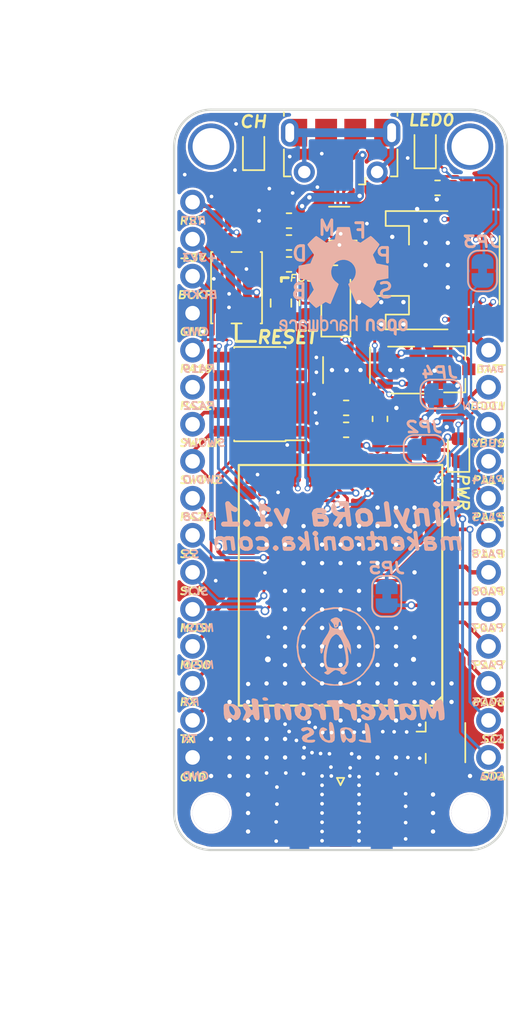
<source format=kicad_pcb>
(kicad_pcb (version 20171130) (host pcbnew "(5.1.2-1)-1")
  (title_block (title "TinyLoRa Breakout v1.1") (date 2019-05-15) (rev 1.1) (company "MakerTronika Labs") (comment 1 http://makertronika.com/) (comment 2 "design by Orkhan AmirAslan (azerimaker)"))
  (layers (0 Top.RF mixed) (31 Bottom.LF mixed) (34 B.Paste user) (35 F.Paste user) (36 B.SilkS user) (37 F.SilkS user) (38 B.Mask user) (39 F.Mask user) (44 Edge.Cuts user))
  (net 0 "")
  (net 1 GND)
  (net 2 "Net-(J1-Pad1)")
  (net 3 "Net-(C1-Pad1)")
  (net 4 +BATT)
  (net 5 VBUS)
  (net 6 +3V3)
  (net 7 "Net-(C6-Pad1)")
  (net 8 "Net-(C7-Pad1)")
  (net 9 "Net-(C8-Pad2)")
  (net 10 "Net-(C9-Pad2)")
  (net 11 "Net-(D2-Pad1)")
  (net 12 "Net-(D4-Pad1)")
  (net 13 "Net-(D4-Pad2)")
  (net 14 "Net-(D5-Pad2)")
  (net 15 "Net-(D5-Pad1)")
  (net 16 "Net-(J2-Pad1)")
  (net 17 USB_N)
  (net 18 USB_P)
  (net 19 PA31_SWDIO)
  (net 20 PA30_SWDCLK)
  (net 21 ~RESET)
  (net 22 PA28_GPIO)
  (net 23 PA19_PWM_T0_W3)
  (net 24 "Net-(JP4-Pad2)")
  (net 25 PA07_ADC7)
  (net 26 "Net-(R1-Pad1)")
  (net 27 "Net-(R4-Pad1)")
  (net 28 "Net-(R5-Pad2)")
  (net 29 LDO_EN)
  (net 30 "Net-(R7-Pad2)")
  (net 31 PA04_S0_UART_TX)
  (net 32 PA05_S0_UART_RX)
  (net 33 PB02_S5_SPI_MISO)
  (net 34 BACKUP_BATT)
  (net 35 PA23_S5_SPI_SS)
  (net 36 PA22_GPIO)
  (net 37 PA14_GPIO)
  (net 38 PA15_GPIO)
  (net 39 PA18_PWM_T0_W2)
  (net 40 PA16_S1_I2C_SDA)
  (net 41 PA17_S1_I2C_SCL)
  (net 42 PB23_S5_SPI_SCK)
  (net 43 PA08_GPIO)
  (net 44 PB22_S5_SPI_MOSI)
  (net 45 PA27_GPIO)
  (net 46 PA06_ADC6)
  (net 47 "Net-(D2-Pad2)")
  (module my_Logos:makertronika (layer Bottom.LF) (at 135.43 107.36 180)
    (fp_text reference G*** hide)
    (fp_text value LOGO hide)
  )
  (module Symbol:OSHW-Logo2_9.8x8mm_SilkScreen (layer Bottom.LF) (at 136.09 80.35 180)
    (fp_text reference REF** hide)
    (fp_text value OSHW-Logo2_9.8x8mm_SilkScreen hide)
  )
  (module Capacitor_SMD:C_0402_1005Metric (layer Top.RF) (at 138.0744 111.5314 90)
    (fp_text reference C1 hide)
    (fp_text value DNM)
    (pad 1 smd roundrect (at -0.485 0 90) (size 0.59 0.64) (layers Top.RF F.Paste F.Mask) (net 3 "Net-(C1-Pad1)"))
    (pad 2 smd roundrect (at 0.485 0 90) (size 0.59 0.64) (layers Top.RF F.Paste F.Mask) (net 1 GND))
  )
  (module Capacitor_SMD:C_0603_1608Metric (layer Top.RF) (at 135.512499 78.75)
    (fp_text reference C2 hide)
    (fp_text value 10uF)
    (pad 2 smd roundrect (at 0.7875 0) (size 0.875 0.95) (layers Top.RF F.Paste F.Mask) (net 4 +BATT))
    (pad 1 smd roundrect (at -0.7875 0) (size 0.875 0.95) (layers Top.RF F.Paste F.Mask) (net 1 GND))
  )
  (module Capacitor_SMD:C_0603_1608Metric (layer Top.RF) (at 133.59 81.85 90)
    (fp_text reference C3 hide)
    (fp_text value 10uF)
    (pad 1 smd roundrect (at -0.7875 0 90) (size 0.875 0.95) (layers Top.RF F.Paste F.Mask) (net 5 VBUS))
    (pad 2 smd roundrect (at 0.7875 0 90) (size 0.875 0.95) (layers Top.RF F.Paste F.Mask) (net 1 GND))
  )
  (module Capacitor_SMD:C_0603_1608Metric (layer Top.RF) (at 136.2745 90.55 180)
    (fp_text reference C4 hide)
    (fp_text value 1uF)
    (pad 2 smd roundrect (at 0.7875 0 180) (size 0.875 0.95) (layers Top.RF F.Paste F.Mask) (net 1 GND))
    (pad 1 smd roundrect (at -0.7875 0 180) (size 0.875 0.95) (layers Top.RF F.Paste F.Mask) (net 6 +3V3))
  )
  (module Capacitor_SMD:C_0603_1608Metric (layer Top.RF) (at 136.2745 89.0441 180)
    (fp_text reference C5 hide)
    (fp_text value 10uF)
    (pad 1 smd roundrect (at -0.7875 0 180) (size 0.875 0.95) (layers Top.RF F.Paste F.Mask) (net 6 +3V3))
    (pad 2 smd roundrect (at 0.7875 0 180) (size 0.875 0.95) (layers Top.RF F.Paste F.Mask) (net 1 GND))
  )
  (module Capacitor_SMD:C_0603_1608Metric (layer Top.RF) (at 132.35 76.2 180)
    (fp_text reference C6 hide)
    (fp_text value 10nF)
    (pad 2 smd roundrect (at 0.7875 0 180) (size 0.875 0.95) (layers Top.RF F.Paste F.Mask) (net 1 GND))
    (pad 1 smd roundrect (at -0.7875 0 180) (size 0.875 0.95) (layers Top.RF F.Paste F.Mask) (net 7 "Net-(C6-Pad1)"))
  )
  (module Capacitor_SMD:C_0603_1608Metric (layer Top.RF) (at 132.35 79.2012)
    (fp_text reference C7 hide)
    (fp_text value 100nF)
    (pad 1 smd roundrect (at -0.7875 0) (size 0.875 0.95) (layers Top.RF F.Paste F.Mask) (net 8 "Net-(C7-Pad1)"))
    (pad 2 smd roundrect (at 0.7875 0) (size 0.875 0.95) (layers Top.RF F.Paste F.Mask) (net 1 GND))
  )
  (module Capacitor_SMD:C_0603_1608Metric (layer Top.RF) (at 142.55 73.95 180)
    (fp_text reference C8 hide)
    (fp_text value 4.7nF)
    (pad 1 smd roundrect (at -0.7875 0 180) (size 0.875 0.95) (layers Top.RF F.Paste F.Mask) (net 1 GND))
    (pad 2 smd roundrect (at 0.7875 0 180) (size 0.875 0.95) (layers Top.RF F.Paste F.Mask) (net 9 "Net-(C8-Pad2)"))
  )
  (module Capacitor_SMD:C_0603_1608Metric (layer Top.RF) (at 138.6 89.8 270)
    (fp_text reference C9 hide)
    (fp_text value 100nF)
    (pad 2 smd roundrect (at 0.7875 0 270) (size 0.875 0.95) (layers Top.RF F.Paste F.Mask) (net 10 "Net-(C9-Pad2)"))
    (pad 1 smd roundrect (at -0.7875 0 270) (size 0.875 0.95) (layers Top.RF F.Paste F.Mask) (net 1 GND))
  )
  (module Diode_SMD:D_SOD-123 (layer Top.RF) (at 135.57 81.9 90)
    (fp_text reference D1 hide)
    (fp_text value MBR0520)
    (pad 1 smd rect (at -1.65 0 90) (size 0.9 1.2) (layers Top.RF F.Paste F.Mask) (net 5 VBUS))
    (pad 2 smd rect (at 1.65 0 90) (size 0.9 1.2) (layers Top.RF F.Paste F.Mask) (net 4 +BATT))
  )
  (module LED_SMD:LED_0603_1608Metric (layer Top.RF) (at 129.921 71.247 90)
    (fp_text reference D2 hide)
    (fp_text value CH_ORANGE)
    (pad 1 smd roundrect (at -0.7875 0 90) (size 0.875 0.95) (layers Top.RF F.Paste F.Mask) (net 11 "Net-(D2-Pad1)"))
    (pad 2 smd roundrect (at 0.7875 0 90) (size 0.875 0.95) (layers Top.RF F.Paste F.Mask) (net 47 "Net-(D2-Pad2)"))
  )
  (module LED_SMD:LED_0603_1608Metric (layer Top.RF) (at 144 91.95 90)
    (fp_text reference D4 hide)
    (fp_text value LED_PWR_BLUE)
    (pad 1 smd roundrect (at -0.7875 0 90) (size 0.875 0.95) (layers Top.RF F.Paste F.Mask) (net 12 "Net-(D4-Pad1)"))
    (pad 2 smd roundrect (at 0.7875 0 90) (size 0.875 0.95) (layers Top.RF F.Paste F.Mask) (net 13 "Net-(D4-Pad2)"))
  )
  (module LED_SMD:LED_0603_1608Metric (layer Top.RF) (at 141.7 71.12 90)
    (fp_text reference D5 hide)
    (fp_text value LED0_RED)
    (pad 2 smd roundrect (at 0.7875 0 90) (size 0.875 0.95) (layers Top.RF F.Paste F.Mask) (net 14 "Net-(D5-Pad2)"))
    (pad 1 smd roundrect (at -0.7875 0 90) (size 0.875 0.95) (layers Top.RF F.Paste F.Mask) (net 15 "Net-(D5-Pad1)"))
  )
  (module Fuse:Fuse_0805_2012Metric (layer Top.RF) (at 131.8 81.85 270)
    (fp_text reference F1 hide)
    (fp_text value 0.75A)
    (pad 1 smd roundrect (at -0.9375 0 270) (size 0.975 1.4) (layers Top.RF F.Paste F.Mask) (net 8 "Net-(C7-Pad1)"))
    (pad 2 smd roundrect (at 0.9375 0 270) (size 0.975 1.4) (layers Top.RF F.Paste F.Mask) (net 5 VBUS))
  )
  (module Inductor_SMD:L_0603_1608Metric (layer Top.RF) (at 132.35 77.7 180)
    (fp_text reference FB1 hide)
    (fp_text value BLM18HE152SN1D)
    (pad 1 smd roundrect (at -0.7875 0 180) (size 0.875 0.95) (layers Top.RF F.Paste F.Mask) (net 7 "Net-(C6-Pad1)"))
    (pad 2 smd roundrect (at 0.7875 0 180) (size 0.875 0.95) (layers Top.RF F.Paste F.Mask) (net 8 "Net-(C7-Pad1)"))
  )
  (module Connector_Coaxial:U.FL_Hirose_U.FL-R-SMT-1_Vertical (layer Top.RF) (at 142.621 112.014)
    (fp_text reference J2 hide)
    (fp_text value U.FL-R-SMT-1)
    (pad 2 smd rect (at 0.475 1.475) (size 2.2 1.05) (layers Top.RF F.Paste F.Mask) (net 1 GND))
    (pad 1 smd rect (at -1.05 0) (size 1.05 1) (layers Top.RF F.Paste F.Mask) (net 16 "Net-(J2-Pad1)"))
    (pad 2 smd rect (at 0.475 -1.475) (size 2.2 1.05) (layers Top.RF F.Paste F.Mask) (net 1 GND))
  )
  (module Connector_PinHeader_1.27mm:PinHeader_2x05_P1.27mm_Vertical_SMD (layer Top.RF) (at 130.35 88.1 180)
    (fp_text reference J5 hide)
    (fp_text value Cortex_JTAG_SWD_10pin)
    (pad 1 smd rect (at -1.95 -2.54 180) (size 2.4 0.74) (layers Top.RF F.Paste F.Mask) (net 6 +3V3))
    (pad 2 smd rect (at 1.95 -2.54 180) (size 2.4 0.74) (layers Top.RF F.Paste F.Mask) (net 19 PA31_SWDIO))
    (pad 3 smd rect (at -1.95 -1.27 180) (size 2.4 0.74) (layers Top.RF F.Paste F.Mask) (net 1 GND))
    (pad 4 smd rect (at 1.95 -1.27 180) (size 2.4 0.74) (layers Top.RF F.Paste F.Mask) (net 20 PA30_SWDCLK))
    (pad 5 smd rect (at -1.95 0 180) (size 2.4 0.74) (layers Top.RF F.Paste F.Mask) (net 1 GND))
    (pad 6 smd rect (at 1.95 0 180) (size 2.4 0.74) (layers Top.RF F.Paste F.Mask))
    (pad 7 smd rect (at -1.95 1.27 180) (size 2.4 0.74) (layers Top.RF F.Paste F.Mask))
    (pad 8 smd rect (at 1.95 1.27 180) (size 2.4 0.74) (layers Top.RF F.Paste F.Mask))
    (pad 9 smd rect (at -1.95 2.54 180) (size 2.4 0.74) (layers Top.RF F.Paste F.Mask) (net 1 GND))
    (pad 10 smd rect (at 1.95 2.54 180) (size 2.4 0.74) (layers Top.RF F.Paste F.Mask) (net 21 ~RESET))
  )
  (module Jumper:SolderJumper-2_P1.3mm_Bridged_RoundedPad1.0x1.5mm (layer Bottom.LF) (at 141.625 91.9)
    (fp_text reference JP2 (at 0.015 -1.54) (layer B.SilkS) (effects (font (size 0.75 0.9) (thickness 0.1875) italic) (justify mirror)))
    (fp_text value PWR_LED-Cut)
    (pad 2 smd custom (at 0.65 0) (size 1 0.5) (layers Bottom.LF B.Mask) (net 13 "Net-(D4-Pad2)") (options (clearance outline) (anchor rect)) (primitives (gr_circle (center 0 -0.25) (end 0.5 -0.25) (width 0)) (gr_circle (center 0 0.25) (end 0.5 0.25) (width 0)) (gr_poly (pts (xy 0 0.75) (xy -0.5 0.75) (xy -0.5 -0.75) (xy 0 -0.75)) (width 0))))
    (pad 1 smd custom (at -0.65 0) (size 1 0.5) (layers Bottom.LF B.Mask) (net 6 +3V3) (options (clearance outline) (anchor rect)) (primitives (gr_circle (center 0 -0.25) (end 0.5 -0.25) (width 0)) (gr_circle (center 0 0.25) (end 0.5 0.25) (width 0)) (gr_poly (pts (xy 0 0.75) (xy 0.5 0.75) (xy 0.5 -0.75) (xy 0 -0.75)) (width 0)) (gr_poly (pts (xy 0.9 0.3) (xy 0.4 0.3) (xy 0.4 -0.3) (xy 0.9 -0.3)) (width 0))))
  )
  (module Jumper:SolderJumper-2_P1.3mm_Bridged_RoundedPad1.0x1.5mm (layer Bottom.LF) (at 145.64 79.65 90)
    (fp_text reference JP3 (at 2 -0.06 180) (layer B.SilkS) (effects (font (size 0.75 0.9) (thickness 0.1875) italic) (justify mirror)))
    (fp_text value LED0-Cut)
    (pad 1 smd custom (at -0.65 0 90) (size 1 0.5) (layers Bottom.LF B.Mask) (net 23 PA19_PWM_T0_W3) (options (clearance outline) (anchor rect)) (primitives (gr_circle (center 0 -0.25) (end 0.5 -0.25) (width 0)) (gr_circle (center 0 0.25) (end 0.5 0.25) (width 0)) (gr_poly (pts (xy 0 0.75) (xy 0.5 0.75) (xy 0.5 -0.75) (xy 0 -0.75)) (width 0)) (gr_poly (pts (xy 0.9 0.3) (xy 0.4 0.3) (xy 0.4 -0.3) (xy 0.9 -0.3)) (width 0))))
    (pad 2 smd custom (at 0.65 0 90) (size 1 0.5) (layers Bottom.LF B.Mask) (net 14 "Net-(D5-Pad2)") (options (clearance outline) (anchor rect)) (primitives (gr_circle (center 0 -0.25) (end 0.5 -0.25) (width 0)) (gr_circle (center 0 0.25) (end 0.5 0.25) (width 0)) (gr_poly (pts (xy 0 0.75) (xy -0.5 0.75) (xy -0.5 -0.75) (xy 0 -0.75)) (width 0))))
  )
  (module Jumper:SolderJumper-2_P1.3mm_Bridged_RoundedPad1.0x1.5mm (layer Bottom.LF) (at 142.775 88.1 180)
    (fp_text reference JP4 (at 0.065 1.48) (layer B.SilkS) (effects (font (size 0.75 0.9) (thickness 0.1875) italic) (justify mirror)))
    (fp_text value ADCV-Cut)
    (pad 2 smd custom (at 0.65 0 180) (size 1 0.5) (layers Bottom.LF B.Mask) (net 24 "Net-(JP4-Pad2)") (options (clearance outline) (anchor rect)) (primitives (gr_circle (center 0 -0.25) (end 0.5 -0.25) (width 0)) (gr_circle (center 0 0.25) (end 0.5 0.25) (width 0)) (gr_poly (pts (xy 0 0.75) (xy -0.5 0.75) (xy -0.5 -0.75) (xy 0 -0.75)) (width 0))))
    (pad 1 smd custom (at -0.65 0 180) (size 1 0.5) (layers Bottom.LF B.Mask) (net 4 +BATT) (options (clearance outline) (anchor rect)) (primitives (gr_circle (center 0 -0.25) (end 0.5 -0.25) (width 0)) (gr_circle (center 0 0.25) (end 0.5 0.25) (width 0)) (gr_poly (pts (xy 0 0.75) (xy 0.5 0.75) (xy 0.5 -0.75) (xy 0 -0.75)) (width 0)) (gr_poly (pts (xy 0.9 0.3) (xy 0.4 0.3) (xy 0.4 -0.3) (xy 0.9 -0.3)) (width 0))))
  )
  (module Jumper:SolderJumper-2_P1.3mm_Bridged_RoundedPad1.0x1.5mm (layer Bottom.LF) (at 139.06 101.97 90)
    (fp_text reference JP5 (at 1.93 0.01 180) (layer B.SilkS) (effects (font (size 0.75 0.9) (thickness 0.1875) italic) (justify mirror)))
    (fp_text value ADC-Cut)
    (pad 1 smd custom (at -0.65 0 90) (size 1 0.5) (layers Bottom.LF B.Mask) (net 25 PA07_ADC7) (options (clearance outline) (anchor rect)) (primitives (gr_circle (center 0 -0.25) (end 0.5 -0.25) (width 0)) (gr_circle (center 0 0.25) (end 0.5 0.25) (width 0)) (gr_poly (pts (xy 0 0.75) (xy 0.5 0.75) (xy 0.5 -0.75) (xy 0 -0.75)) (width 0)) (gr_poly (pts (xy 0.9 0.3) (xy 0.4 0.3) (xy 0.4 -0.3) (xy 0.9 -0.3)) (width 0))))
    (pad 2 smd custom (at 0.65 0 90) (size 1 0.5) (layers Bottom.LF B.Mask) (net 10 "Net-(C9-Pad2)") (options (clearance outline) (anchor rect)) (primitives (gr_circle (center 0 -0.25) (end 0.5 -0.25) (width 0)) (gr_circle (center 0 0.25) (end 0.5 0.25) (width 0)) (gr_poly (pts (xy 0 0.75) (xy -0.5 0.75) (xy -0.5 -0.75) (xy 0 -0.75)) (width 0))))
  )
  (module Inductor_SMD:L_0402_1005Metric (layer Top.RF) (at 139.5476 112.014 180)
    (fp_text reference L1 hide)
    (fp_text value 0R)
    (pad 1 smd roundrect (at -0.485 0 180) (size 0.59 0.64) (layers Top.RF F.Paste F.Mask) (net 16 "Net-(J2-Pad1)"))
    (pad 2 smd roundrect (at 0.485 0 180) (size 0.59 0.64) (layers Top.RF F.Paste F.Mask) (net 3 "Net-(C1-Pad1)"))
  )
  (module Resistor_SMD:R_0402_1005Metric (layer Top.RF) (at 136.3726 112.014)
    (fp_text reference R1 hide)
    (fp_text value DNM)
    (pad 2 smd roundrect (at 0.485 0) (size 0.59 0.64) (layers Top.RF F.Paste F.Mask) (net 3 "Net-(C1-Pad1)"))
    (pad 1 smd roundrect (at -0.485 0) (size 0.59 0.64) (layers Top.RF F.Paste F.Mask) (net 26 "Net-(R1-Pad1)"))
  )
  (module Resistor_SMD:R_0402_1005Metric (layer Top.RF) (at 135.89 112.4966 90)
    (fp_text reference R2 hide)
    (fp_text value 0R)
    (pad 1 smd roundrect (at -0.485 0 90) (size 0.59 0.64) (layers Top.RF F.Paste F.Mask) (net 2 "Net-(J1-Pad1)"))
    (pad 2 smd roundrect (at 0.485 0 90) (size 0.59 0.64) (layers Top.RF F.Paste F.Mask) (net 26 "Net-(R1-Pad1)"))
  )
  (module Button_Switch_SMD:SW_SPST_EVQP2 (layer Top.RF) (at 128.75 80.8 270)
    (fp_text reference SW3 hide)
    (fp_text value RESET)
    (pad 2 smd rect (at 2.58 1 270) (size 1.45 0.7) (layers Top.RF F.Paste F.Mask) (net 30 "Net-(R7-Pad2)"))
    (pad 2 smd rect (at -2.58 1 270) (size 1.45 0.7) (layers Top.RF F.Paste F.Mask) (net 30 "Net-(R7-Pad2)"))
    (pad 1 smd rect (at -2.58 -1 270) (size 1.45 0.7) (layers Top.RF F.Paste F.Mask) (net 1 GND))
    (pad 1 smd rect (at 2.58 -1 270) (size 1.45 0.7) (layers Top.RF F.Paste F.Mask) (net 1 GND))
  )
  (module TLM-footprints:TLM-01-footprint (layer Top.RF) (at 142.875 106.299 180)
    (fp_text reference U1 hide)
    (fp_text value TLM01)
    (pad 29 connect roundrect (at 11.43 -2.794 270) (size 2 0.9) (drill (offset 0.2 0)) (layers Top.RF F.Mask) (roundrect_rratio 0.2) (net 1 GND))
    (pad 30 connect roundrect (at 10.16 -2.794 270) (size 2 0.9) (drill (offset 0.2 0)) (layers Top.RF F.Mask) (roundrect_rratio 0.2) (net 26 "Net-(R1-Pad1)"))
    (pad 31 connect roundrect (at 8.89 -2.794 270) (size 2 0.9) (drill (offset 0.2 0)) (layers Top.RF F.Mask) (roundrect_rratio 0.2) (net 1 GND))
    (pad 28 connect roundrect (at 13.589 0 180) (size 2 0.9) (drill (offset 0.2 0)) (layers Top.RF F.Mask) (roundrect_rratio 0.2) (net 1 GND))
    (pad 27 connect roundrect (at 13.589 1.27 180) (size 2 0.9) (drill (offset 0.2 0)) (layers Top.RF F.Mask) (roundrect_rratio 0.2) (net 31 PA04_S0_UART_TX))
    (pad 26 connect roundrect (at 13.589 2.54 180) (size 2 0.9) (drill (offset 0.2 0)) (layers Top.RF F.Mask) (roundrect_rratio 0.2) (net 32 PA05_S0_UART_RX))
    (pad 25 connect roundrect (at 13.589 3.81 180) (size 2 0.9) (drill (offset 0.2 0)) (layers Top.RF F.Mask) (roundrect_rratio 0.2) (net 33 PB02_S5_SPI_MISO))
    (pad 24 connect roundrect (at 13.589 5.08 180) (size 2 0.9) (drill (offset 0.2 0)) (layers Top.RF F.Mask) (roundrect_rratio 0.2) (net 22 PA28_GPIO))
    (pad 23 connect roundrect (at 13.589 6.35 180) (size 2 0.9) (drill (offset 0.2 0)) (layers Top.RF F.Mask) (roundrect_rratio 0.2) (net 34 BACKUP_BATT))
    (pad 22 connect roundrect (at 13.589 7.62 180) (size 2 0.9) (drill (offset 0.2 0)) (layers Top.RF F.Mask) (roundrect_rratio 0.2) (net 19 PA31_SWDIO))
    (pad 21 connect roundrect (at 13.589 8.89 180) (size 2 0.9) (drill (offset 0.2 0)) (layers Top.RF F.Mask) (roundrect_rratio 0.2) (net 20 PA30_SWDCLK))
    (pad 20 connect roundrect (at 13.589 10.16 180) (size 2 0.9) (drill (offset 0.2 0)) (layers Top.RF F.Mask) (roundrect_rratio 0.2) (net 21 ~RESET))
    (pad 19 connect roundrect (at 13.589 11.43 180) (size 2 0.9) (drill (offset 0.2 0)) (layers Top.RF F.Mask) (roundrect_rratio 0.2) (net 6 +3V3))
    (pad 18 connect roundrect (at 11.43 13.335 270) (size 2 0.9) (drill (offset 0.2 0)) (layers Top.RF F.Mask) (roundrect_rratio 0.2) (net 1 GND))
    (pad 17 connect roundrect (at 10.16 13.335 270) (size 2 0.9) (drill (offset 0.2 0)) (layers Top.RF F.Mask) (roundrect_rratio 0.2) (net 17 USB_N))
    (pad 16 connect roundrect (at 8.89 13.335 270) (size 2 0.9) (drill (offset 0.2 0)) (layers Top.RF F.Mask) (roundrect_rratio 0.2) (net 18 USB_P))
    (pad 15 connect roundrect (at 7.62 13.335 270) (size 2 0.9) (drill (offset 0.2 0)) (layers Top.RF F.Mask) (roundrect_rratio 0.2) (net 35 PA23_S5_SPI_SS))
    (pad 14 connect roundrect (at 6.35 13.335 270) (size 2 0.9) (drill (offset 0.2 0)) (layers Top.RF F.Mask) (roundrect_rratio 0.2) (net 36 PA22_GPIO))
    (pad 13 connect roundrect (at 5.08 13.335 270) (size 2 0.9) (drill (offset 0.2 0)) (layers Top.RF F.Mask) (roundrect_rratio 0.2) (net 23 PA19_PWM_T0_W3))
    (pad 12 connect roundrect (at 3.81 13.335 270) (size 2 0.9) (drill (offset 0.2 0)) (layers Top.RF F.Mask) (roundrect_rratio 0.2) (net 37 PA14_GPIO))
    (pad 11 connect roundrect (at 2.54 13.335 270) (size 2 0.9) (drill (offset 0.2 0)) (layers Top.RF F.Mask) (roundrect_rratio 0.2) (net 38 PA15_GPIO))
    (pad 10 connect roundrect (at 0 11.43 180) (size 2 0.9) (drill (offset 0.2 0)) (layers Top.RF F.Mask) (roundrect_rratio 0.2) (net 39 PA18_PWM_T0_W2))
    (pad 9 connect roundrect (at 0 10.16 180) (size 2 0.9) (drill (offset 0.2 0)) (layers Top.RF F.Mask) (roundrect_rratio 0.2) (net 40 PA16_S1_I2C_SDA))
    (pad 8 connect roundrect (at 0 8.89 180) (size 2 0.9) (drill (offset 0.2 0)) (layers Top.RF F.Mask) (roundrect_rratio 0.2) (net 41 PA17_S1_I2C_SCL))
    (pad 7 connect roundrect (at 0 7.62 180) (size 2 0.9) (drill (offset 0.2 0)) (layers Top.RF F.Mask) (roundrect_rratio 0.2) (net 42 PB23_S5_SPI_SCK))
    (pad 6 connect roundrect (at 0 6.35 180) (size 2 0.9) (drill (offset 0.2 0)) (layers Top.RF F.Mask) (roundrect_rratio 0.2) (net 43 PA08_GPIO))
    (pad 5 connect roundrect (at 0 5.08 180) (size 2 0.9) (drill (offset 0.2 0)) (layers Top.RF F.Mask) (roundrect_rratio 0.2) (net 44 PB22_S5_SPI_MOSI))
    (pad 4 connect roundrect (at 0 3.81 180) (size 2 0.9) (drill (offset 0.2 0)) (layers Top.RF F.Mask) (roundrect_rratio 0.2) (net 25 PA07_ADC7))
    (pad 3 connect roundrect (at 0 2.54 180) (size 2 0.9) (drill (offset 0.2 0)) (layers Top.RF F.Mask) (roundrect_rratio 0.2) (net 45 PA27_GPIO))
    (pad 2 connect roundrect (at 0 1.27 180) (size 2 0.9) (drill (offset 0.2 0)) (layers Top.RF F.Mask) (roundrect_rratio 0.2) (net 46 PA06_ADC6))
    (pad 1 connect roundrect (at 0 0 180) (size 2 0.9) (drill (offset 0.2 0)) (layers Top.RF F.Mask) (roundrect_rratio 0.2) (net 1 GND))
  )
  (module Package_TO_SOT_SMD:SOT-23-5 (layer Top.RF) (at 140.05 86.45 180)
    (fp_text reference U2 hide)
    (fp_text value MCP73831)
    (pad 5 smd rect (at 1.1 -0.95 180) (size 1.06 0.65) (layers Top.RF F.Paste F.Mask) (net 27 "Net-(R4-Pad1)"))
    (pad 4 smd rect (at 1.1 0.95 180) (size 1.06 0.65) (layers Top.RF F.Paste F.Mask) (net 5 VBUS))
    (pad 3 smd rect (at -1.1 0.95 180) (size 1.06 0.65) (layers Top.RF F.Paste F.Mask) (net 4 +BATT))
    (pad 2 smd rect (at -1.1 0 180) (size 1.06 0.65) (layers Top.RF F.Paste F.Mask) (net 1 GND))
    (pad 1 smd rect (at -1.1 -0.95 180) (size 1.06 0.65) (layers Top.RF F.Paste F.Mask) (net 11 "Net-(D2-Pad1)"))
  )
  (module Package_TO_SOT_SMD:SOT-23 (layer Top.RF) (at 143.7 86.4)
    (fp_text reference U3 hide)
    (fp_text value TPS3839DBZ)
    (pad 1 smd rect (at -1 -0.95) (size 0.9 0.8) (layers Top.RF F.Paste F.Mask) (net 1 GND))
    (pad 2 smd rect (at -1 0.95) (size 0.9 0.8) (layers Top.RF F.Paste F.Mask) (net 28 "Net-(R5-Pad2)"))
    (pad 3 smd rect (at 1 0) (size 0.9 0.8) (layers Top.RF F.Paste F.Mask) (net 5 VBUS))
  )
  (module Package_TO_SOT_SMD:SOT-23-5 (layer Top.RF) (at 136.3 86.45 270)
    (fp_text reference U4 hide)
    (fp_text value S-1313C33)
    (pad 1 smd rect (at -1.1 -0.95 270) (size 1.06 0.65) (layers Top.RF F.Paste F.Mask) (net 5 VBUS))
    (pad 2 smd rect (at -1.1 0 270) (size 1.06 0.65) (layers Top.RF F.Paste F.Mask) (net 1 GND))
    (pad 3 smd rect (at -1.1 0.95 270) (size 1.06 0.65) (layers Top.RF F.Paste F.Mask) (net 29 LDO_EN))
    (pad 4 smd rect (at 1.1 0.95 270) (size 1.06 0.65) (layers Top.RF F.Paste F.Mask))
    (pad 5 smd rect (at 1.1 -0.95 270) (size 1.06 0.65) (layers Top.RF F.Paste F.Mask) (net 6 +3V3))
  )
  (module mcu_footprints:Feather-Generic (layer Top.RF) (at 124.46 68.576)
    (fp_text reference U6 hide)
    (fp_text value Feather-Generic)
    (pad "" thru_hole circle (at 2.54 2.54) (size 3.175 3.175) (drill 2.54) (layers *.Cu *.Mask))
    (pad "" thru_hole circle (at 20.32 2.54) (size 3.175 3.175) (drill 2.54) (layers *.Cu *.Mask))
    (pad "" thru_hole circle (at 20.32 48.26) (size 2.54 2.54) (drill 2.54) (layers *.Cu *.Mask))
    (pad "" thru_hole circle (at 2.54 48.26) (size 2.54 2.54) (drill 2.54) (layers *.Cu *.Mask))
    (pad 1 thru_hole oval (at 1.27 6.35) (size 1.7 1.7) (drill 1) (layers *.Cu *.Mask) (net 21 ~RESET))
    (pad 2 thru_hole oval (at 1.27 8.89) (size 1.7 1.7) (drill 1) (layers *.Cu *.Mask) (net 6 +3V3))
    (pad 3 thru_hole oval (at 1.27 11.43) (size 1.7 1.7) (drill 1) (layers *.Cu *.Mask) (net 34 BACKUP_BATT))
    (pad 4 thru_hole oval (at 1.27 13.97) (size 1.7 1.7) (drill 1) (layers *.Cu *.Mask) (net 1 GND))
    (pad 5 thru_hole oval (at 1.27 16.51) (size 1.7 1.7) (drill 1) (layers *.Cu *.Mask) (net 23 PA19_PWM_T0_W3))
    (pad 6 thru_hole oval (at 1.27 19.05) (size 1.7 1.7) (drill 1) (layers *.Cu *.Mask) (net 36 PA22_GPIO))
    (pad 7 thru_hole oval (at 1.27 21.59) (size 1.7 1.7) (drill 1) (layers *.Cu *.Mask) (net 20 PA30_SWDCLK))
    (pad 8 thru_hole oval (at 1.27 24.13) (size 1.7 1.7) (drill 1) (layers *.Cu *.Mask) (net 19 PA31_SWDIO))
    (pad 9 thru_hole oval (at 1.27 26.67) (size 1.7 1.7) (drill 1) (layers *.Cu *.Mask) (net 22 PA28_GPIO))
    (pad 10 thru_hole oval (at 1.27 29.21) (size 1.7 1.7) (drill 1) (layers *.Cu *.Mask) (net 35 PA23_S5_SPI_SS))
    (pad 11 thru_hole oval (at 1.27 31.75) (size 1.7 1.7) (drill 1) (layers *.Cu *.Mask) (net 42 PB23_S5_SPI_SCK))
    (pad 12 thru_hole oval (at 1.27 34.29) (size 1.7 1.7) (drill 1) (layers *.Cu *.Mask) (net 44 PB22_S5_SPI_MOSI))
    (pad 13 thru_hole oval (at 1.27 36.83) (size 1.7 1.7) (drill 1) (layers *.Cu *.Mask) (net 33 PB02_S5_SPI_MISO))
    (pad 14 thru_hole oval (at 1.27 39.37) (size 1.7 1.7) (drill 1) (layers *.Cu *.Mask) (net 32 PA05_S0_UART_RX))
    (pad 15 thru_hole oval (at 1.27 41.91) (size 1.7 1.7) (drill 1) (layers *.Cu *.Mask) (net 31 PA04_S0_UART_TX))
    (pad 16 thru_hole oval (at 1.27 44.45) (size 1.7 1.7) (drill 1) (layers *.Cu *.Mask) (net 1 GND))
    (pad 17 thru_hole oval (at 21.59 44.45) (size 1.7 1.7) (drill 1) (layers *.Cu *.Mask) (net 40 PA16_S1_I2C_SDA))
    (pad 18 thru_hole oval (at 21.59 41.91) (size 1.7 1.7) (drill 1) (layers *.Cu *.Mask) (net 41 PA17_S1_I2C_SCL))
    (pad 19 thru_hole oval (at 21.59 39.37) (size 1.7 1.7) (drill 1) (layers *.Cu *.Mask) (net 46 PA06_ADC6))
    (pad 20 thru_hole oval (at 21.59 36.83) (size 1.7 1.7) (drill 1) (layers *.Cu *.Mask) (net 45 PA27_GPIO))
    (pad 21 thru_hole oval (at 21.59 34.29) (size 1.7 1.7) (drill 1) (layers *.Cu *.Mask) (net 25 PA07_ADC7))
    (pad 22 thru_hole oval (at 21.59 31.75) (size 1.7 1.7) (drill 1) (layers *.Cu *.Mask) (net 43 PA08_GPIO))
    (pad 23 thru_hole oval (at 21.59 29.21) (size 1.7 1.7) (drill 1) (layers *.Cu *.Mask) (net 39 PA18_PWM_T0_W2))
    (pad 24 thru_hole oval (at 21.59 26.67) (size 1.7 1.7) (drill 1) (layers *.Cu *.Mask) (net 38 PA15_GPIO))
    (pad 25 thru_hole oval (at 21.59 24.13) (size 1.7 1.7) (drill 1) (layers *.Cu *.Mask) (net 37 PA14_GPIO))
    (pad 26 thru_hole oval (at 21.59 21.59) (size 1.7 1.7) (drill 1) (layers *.Cu *.Mask) (net 5 VBUS))
    (pad 27 thru_hole oval (at 21.59 19.05) (size 1.7 1.7) (drill 1) (layers *.Cu *.Mask) (net 29 LDO_EN))
    (pad 28 thru_hole oval (at 21.59 16.51) (size 1.7 1.7) (drill 1) (layers *.Cu *.Mask) (net 4 +BATT))
  )
  (module Connector_JST:JST_PH_S2B-PH-SM4-TB_1x02-1MP_P2.00mm_Horizontal (layer Top.RF) (at 142.3 79.6 90)
    (fp_text reference J3 hide)
    (fp_text value JST_PH)
    (pad 1 smd roundrect (at -1 -2.85 90) (size 1 3.5) (layers Top.RF F.Paste F.Mask) (net 4 +BATT))
    (pad 2 smd roundrect (at 1 -2.85 90) (size 1 3.5) (layers Top.RF F.Paste F.Mask) (net 1 GND))
    (pad MP smd roundrect (at -3.35 2.9 90) (size 1.5 3.4) (layers Top.RF F.Paste F.Mask) (roundrect_rratio 0.166667))
    (pad MP smd roundrect (at 3.35 2.9 90) (size 1.5 3.4) (layers Top.RF F.Paste F.Mask) (roundrect_rratio 0.166667))
  )
  (module mySMA_Connectos:SMA_J_P_X_ST_EM1_EdgeMount (layer Top.RF) (at 135.89 116.84 270)
    (fp_text reference J1 hide)
    (fp_text value SMA-Edge-Mount)
    (pad 2 smd rect (at 0.15 2.825) (size 1.35 4.7) (layers Bottom.LF B.Paste B.Mask) (net 1 GND))
    (pad 2 smd rect (at 0.15 -2.825) (size 1.5 4.7) (layers Bottom.LF B.Paste B.Mask) (net 1 GND))
    (pad 2 smd rect (at 0.15 2.825) (size 1.35 4.7) (layers Top.RF F.Paste F.Mask) (net 1 GND))
    (pad 2 smd rect (at 0.15 -2.825) (size 1.5 4.7) (layers Top.RF F.Paste F.Mask) (net 1 GND))
    (pad 1 smd rect (at 0.127 0) (size 1.5 4.4) (layers Top.RF F.Paste F.Mask) (net 2 "Net-(J1-Pad1)"))
  )
  (module Resistor_SMD:R_0402_1005Metric (layer Top.RF) (at 141.92 88.69)
    (fp_text reference R4 hide)
    (fp_text value 4K7)
    (pad 2 smd roundrect (at 0.485 0) (size 0.59 0.64) (layers Top.RF F.Paste F.Mask) (net 1 GND))
    (pad 1 smd roundrect (at -0.485 0) (size 0.59 0.64) (layers Top.RF F.Paste F.Mask) (net 27 "Net-(R4-Pad1)"))
  )
  (module Resistor_SMD:R_0402_1005Metric (layer Top.RF) (at 143.92 88.68 180)
    (fp_text reference R5 hide)
    (fp_text value 100K)
    (pad 1 smd roundrect (at -0.485 0 180) (size 0.59 0.64) (layers Top.RF F.Paste F.Mask) (net 29 LDO_EN))
    (pad 2 smd roundrect (at 0.485 0 180) (size 0.59 0.64) (layers Top.RF F.Paste F.Mask) (net 28 "Net-(R5-Pad2)"))
  )
  (module Resistor_SMD:R_0402_1005Metric (layer Top.RF) (at 129.35 75.7 90)
    (fp_text reference R6 hide)
    (fp_text value 1K)
    (pad 2 smd roundrect (at 0.485 0 90) (size 0.59 0.64) (layers Top.RF F.Paste F.Mask) (net 47 "Net-(D2-Pad2)"))
    (pad 1 smd roundrect (at -0.485 0 90) (size 0.59 0.64) (layers Top.RF F.Paste F.Mask) (net 5 VBUS))
  )
  (module Resistor_SMD:R_0402_1005Metric (layer Top.RF) (at 128.27 75.692 270)
    (fp_text reference R7 hide)
    (fp_text value 100R)
    (pad 2 smd roundrect (at 0.485 0 270) (size 0.59 0.64) (layers Top.RF F.Paste F.Mask) (net 30 "Net-(R7-Pad2)"))
    (pad 1 smd roundrect (at -0.485 0 270) (size 0.59 0.64) (layers Top.RF F.Paste F.Mask) (net 21 ~RESET))
  )
  (module Resistor_SMD:R_0402_1005Metric (layer Top.RF) (at 142.4 91.45 90)
    (fp_text reference R8 hide)
    (fp_text value 1K)
    (pad 1 smd roundrect (at -0.485 0 90) (size 0.59 0.64) (layers Top.RF F.Paste F.Mask) (net 12 "Net-(D4-Pad1)"))
    (pad 2 smd roundrect (at 0.485 0 90) (size 0.59 0.64) (layers Top.RF F.Paste F.Mask) (net 1 GND))
  )
  (module Resistor_SMD:R_0402_1005Metric (layer Top.RF) (at 144.65 73.9469 270)
    (fp_text reference R9 hide)
    (fp_text value 1K)
    (pad 2 smd roundrect (at 0.485 0 270) (size 0.59 0.64) (layers Top.RF F.Paste F.Mask) (net 1 GND))
    (pad 1 smd roundrect (at -0.485 0 270) (size 0.59 0.64) (layers Top.RF F.Paste F.Mask) (net 15 "Net-(D5-Pad1)"))
  )
  (module Resistor_SMD:R_0402_1005Metric (layer Top.RF) (at 145.649999 73.95 270)
    (fp_text reference R10 hide)
    (fp_text value 1M)
    (pad 1 smd roundrect (at -0.485 0 270) (size 0.59 0.64) (layers Top.RF F.Paste F.Mask) (net 1 GND))
    (pad 2 smd roundrect (at 0.485 0 270) (size 0.59 0.64) (layers Top.RF F.Paste F.Mask) (net 9 "Net-(C8-Pad2)"))
  )
  (module Resistor_SMD:R_0402_1005Metric (layer Top.RF) (at 140.95 90.35 90)
    (fp_text reference R11 hide)
    (fp_text value 1M)
    (pad 2 smd roundrect (at 0.485 0 90) (size 0.59 0.64) (layers Top.RF F.Paste F.Mask) (net 24 "Net-(JP4-Pad2)"))
    (pad 1 smd roundrect (at -0.485 0 90) (size 0.59 0.64) (layers Top.RF F.Paste F.Mask) (net 10 "Net-(C9-Pad2)"))
  )
  (module Resistor_SMD:R_0402_1005Metric (layer Top.RF) (at 139.9 90.35 270)
    (fp_text reference R12 hide)
    (fp_text value 3M3)
    (pad 1 smd roundrect (at -0.485 0 270) (size 0.59 0.64) (layers Top.RF F.Paste F.Mask) (net 1 GND))
    (pad 2 smd roundrect (at 0.485 0 270) (size 0.59 0.64) (layers Top.RF F.Paste F.Mask) (net 10 "Net-(C9-Pad2)"))
  )
  (module Connector_USB:USB_Micro-B_Molex-105017-0001 (layer Top.RF) (at 135.9 71.4 180)
    (fp_text reference J4 hide)
    (fp_text value USB_B_Micro)
    (pad 6 smd rect (at 1 1.2375 180) (size 1.5 1.9) (layers Top.RF F.Paste F.Mask) (net 9 "Net-(C8-Pad2)"))
    (pad 6 thru_hole circle (at -2.5 -1.4625 180) (size 1.45 1.45) (drill 0.85) (layers *.Cu *.Mask) (net 9 "Net-(C8-Pad2)"))
    (pad 2 smd rect (at -0.65 -1.4625 180) (size 0.4 1.35) (layers Top.RF F.Paste F.Mask) (net 17 USB_N))
    (pad 1 smd rect (at -1.3 -1.4625 180) (size 0.4 1.35) (layers Top.RF F.Paste F.Mask) (net 7 "Net-(C6-Pad1)"))
    (pad 5 smd rect (at 1.3 -1.4625 180) (size 0.4 1.35) (layers Top.RF F.Paste F.Mask) (net 1 GND))
    (pad 4 smd rect (at 0.65 -1.4625 180) (size 0.4 1.35) (layers Top.RF F.Paste F.Mask))
    (pad 3 smd rect (at 0 -1.4625 180) (size 0.4 1.35) (layers Top.RF F.Paste F.Mask) (net 18 USB_P))
    (pad 6 thru_hole circle (at 2.5 -1.4625 180) (size 1.45 1.45) (drill 0.85) (layers *.Cu *.Mask) (net 9 "Net-(C8-Pad2)"))
    (pad 6 smd rect (at -1 1.2375 180) (size 1.5 1.9) (layers Top.RF F.Paste F.Mask) (net 9 "Net-(C8-Pad2)"))
    (pad 6 thru_hole oval (at -3.5 1.2375) (size 1.2 1.9) (drill oval 0.6 1.3) (layers *.Cu *.Mask) (net 9 "Net-(C8-Pad2)"))
    (pad 6 thru_hole oval (at 3.5 1.2375 180) (size 1.2 1.9) (drill oval 0.6 1.3) (layers *.Cu *.Mask) (net 9 "Net-(C8-Pad2)"))
    (pad 6 smd rect (at 2.9 1.2375 180) (size 1.2 1.9) (layers Top.RF F.Mask) (net 9 "Net-(C8-Pad2)"))
    (pad 6 smd rect (at -2.9 1.2375 180) (size 1.2 1.9) (layers Top.RF F.Mask) (net 9 "Net-(C8-Pad2)"))
  )
  (module Package_TO_SOT_SMD:SOT-363_SC-70-6 (layer Top.RF) (at 135.8 76.4 180)
    (fp_text reference U5 hide)
    (fp_text value NUP2202)
    (pad 1 smd rect (at -0.95 -0.65 180) (size 0.65 0.4) (layers Top.RF F.Paste F.Mask) (net 17 USB_N))
    (pad 3 smd rect (at -0.95 0.65 180) (size 0.65 0.4) (layers Top.RF F.Paste F.Mask))
    (pad 5 smd rect (at 0.95 0 180) (size 0.65 0.4) (layers Top.RF F.Paste F.Mask) (net 7 "Net-(C6-Pad1)"))
    (pad 2 smd rect (at -0.95 0 180) (size 0.65 0.4) (layers Top.RF F.Paste F.Mask) (net 1 GND))
    (pad 4 smd rect (at 0.95 0.65 180) (size 0.65 0.4) (layers Top.RF F.Paste F.Mask))
    (pad 6 smd rect (at 0.95 -0.65 180) (size 0.65 0.4) (layers Top.RF F.Paste F.Mask) (net 18 USB_P))
  )
  (gr_text FUSE (at 133.5 80.14) (layer F.SilkS) (effects (font (size 0.45 0.6) (thickness 0.1) italic)))
  (gr_text RST (at 125.88 76.2) (layer B.SilkS) (effects (font (size 0.5 0.6) (thickness 0.125) italic) (justify mirror)))
  (gr_text +3V3 (at 126.265715 78.74) (layer B.SilkS) (effects (font (size 0.5 0.6) (thickness 0.125) italic) (justify mirror)))
  (gr_text BCKP (at 126.265715 81.28) (layer B.SilkS) (effects (font (size 0.5 0.6) (thickness 0.125) italic) (justify mirror)))
  (gr_text GND (at 125.98 83.82) (layer B.SilkS) (effects (font (size 0.5 0.6) (thickness 0.125) italic) (justify mirror)))
  (gr_text PA19 (at 126.194286 86.36) (layer B.SilkS) (effects (font (size 0.5 0.6) (thickness 0.125) italic) (justify mirror)))
  (gr_text PA22 (at 126.194286 88.9) (layer B.SilkS) (effects (font (size 0.5 0.6) (thickness 0.125) italic) (justify mirror)))
  (gr_text SWCLK (at 126.537143 91.44) (layer B.SilkS) (effects (font (size 0.5 0.6) (thickness 0.125) italic) (justify mirror)))
  (gr_text SWDIO (at 126.451429 93.98) (layer B.SilkS) (effects (font (size 0.5 0.6) (thickness 0.125) italic) (justify mirror)))
  (gr_text PA28 (at 126.194286 96.52) (layer B.SilkS) (effects (font (size 0.5 0.6) (thickness 0.125) italic) (justify mirror)))
  (gr_text SS (at 125.637143 99.079997) (layer B.SilkS) (effects (font (size 0.5 0.6) (thickness 0.125) italic) (justify mirror)))
  (gr_text SCK (at 125.951429 101.64333) (layer B.SilkS) (effects (font (size 0.5 0.6) (thickness 0.125) italic) (justify mirror)))
  (gr_text MOSI (at 126.151429 104.14) (layer B.SilkS) (effects (font (size 0.5 0.6) (thickness 0.125) italic) (justify mirror)))
  (gr_text MISO (at 126.151429 106.68) (layer B.SilkS) (effects (font (size 0.5 0.6) (thickness 0.125) italic) (justify mirror)))
  (gr_text RX (at 125.651429 109.22) (layer B.SilkS) (effects (font (size 0.5 0.6) (thickness 0.125) italic) (justify mirror)))
  (gr_text TX (at 125.58 111.76) (layer B.SilkS) (effects (font (size 0.5 0.6) (thickness 0.125) italic) (justify mirror)))
  (gr_text GND (at 125.98 114.3) (layer B.SilkS) (effects (font (size 0.5 0.6) (thickness 0.125) italic) (justify mirror)))
  (gr_text BATT (at 146.297619 86.39) (layer B.SilkS) (effects (font (size 0.4 0.5) (thickness 0.1) italic) (justify mirror)))
  (gr_text LDOEN (at 145.7 88.92) (layer B.SilkS) (effects (font (size 0.5 0.6) (thickness 0.1) italic) (justify mirror)))
  (gr_text VBUS (at 145.985714 91.48) (layer B.SilkS) (effects (font (size 0.5 0.6) (thickness 0.1) italic) (justify mirror)))
  (gr_text PA14 (at 146.014285 93.97) (layer B.SilkS) (effects (font (size 0.5 0.6) (thickness 0.1) italic) (justify mirror)))
  (gr_text PA15 (at 146.014285 96.54) (layer B.SilkS) (effects (font (size 0.5 0.6) (thickness 0.1) italic) (justify mirror)))
  (gr_text PA18 (at 146.014285 99.06) (layer B.SilkS) (effects (font (size 0.5 0.6) (thickness 0.1) italic) (justify mirror)))
  (gr_text PA08 (at 146.014285 101.65) (layer B.SilkS) (effects (font (size 0.5 0.6) (thickness 0.1) italic) (justify mirror)))
  (gr_text PA07 (at 146.014285 104.14) (layer B.SilkS) (effects (font (size 0.5 0.6) (thickness 0.1) italic) (justify mirror)))
  (gr_text PA27 (at 146.014285 106.68) (layer B.SilkS) (effects (font (size 0.5 0.6) (thickness 0.1) italic) (justify mirror)))
  (gr_text PA06 (at 146.014285 109.23) (layer B.SilkS) (effects (font (size 0.5 0.6) (thickness 0.1) italic) (justify mirror)))
  (gr_text SCL (at 146.314285 111.78) (layer B.SilkS) (effects (font (size 0.5 0.6) (thickness 0.1) italic) (justify mirror)))
  (gr_text SDA (at 146.3 114.34) (layer B.SilkS) (effects (font (size 0.5 0.6) (thickness 0.1) italic) (justify mirror)))
  (gr_text SDA (at 146.345715 114.33) (layer F.SilkS) (effects (font (size 0.5 0.6) (thickness 0.125) italic)))
  (gr_text SCL (at 146.36 111.77) (layer F.SilkS) (effects (font (size 0.5 0.6) (thickness 0.125) italic)))
  (gr_text PA06 (at 146.06 109.24) (layer F.SilkS) (effects (font (size 0.5 0.6) (thickness 0.125) italic)))
  (gr_text PA27 (at 146.06 106.7) (layer F.SilkS) (effects (font (size 0.5 0.6) (thickness 0.125) italic)))
  (gr_text PA07 (at 146.06 104.16) (layer F.SilkS) (effects (font (size 0.5 0.6) (thickness 0.125) italic)))
  (gr_text PA08 (at 146.06 101.62) (layer F.SilkS) (effects (font (size 0.5 0.6) (thickness 0.125) italic)))
  (gr_text PA18 (at 146.06 99.08) (layer F.SilkS) (effects (font (size 0.5 0.6) (thickness 0.125) italic)))
  (gr_text PA15 (at 146.06 96.54) (layer F.SilkS) (effects (font (size 0.5 0.6) (thickness 0.125) italic)))
  (gr_text PA14 (at 146.06 94) (layer F.SilkS) (effects (font (size 0.5 0.6) (thickness 0.125) italic)))
  (gr_text VBUS (at 146.031429 91.46) (layer F.SilkS) (effects (font (size 0.5 0.6) (thickness 0.125) italic)))
  (gr_text LDOEN (at 145.992441 88.92) (layer F.SilkS) (effects (font (size 0.45 0.5) (thickness 0.1125) italic)))
  (gr_text BATT (at 146.174286 86.38) (layer F.SilkS) (effects (font (size 0.5 0.6) (thickness 0.125) italic)))
  (gr_text GND (at 125.74 114.4) (layer F.SilkS) (effects (font (size 0.5 0.6) (thickness 0.125) italic)))
  (gr_text TX (at 125.34 111.77) (layer F.SilkS) (effects (font (size 0.5 0.6) (thickness 0.125) italic)))
  (gr_text RX (at 125.411429 109.23) (layer F.SilkS) (effects (font (size 0.5 0.6) (thickness 0.125) italic)))
  (gr_text MISO (at 125.911429 106.69) (layer F.SilkS) (effects (font (size 0.5 0.6) (thickness 0.125) italic)))
  (gr_text MOSI (at 125.911429 104.15) (layer F.SilkS) (effects (font (size 0.5 0.6) (thickness 0.125) italic)))
  (gr_text SCK (at 125.711429 101.61) (layer F.SilkS) (effects (font (size 0.5 0.6) (thickness 0.125) italic)))
  (gr_text SS (at 125.397143 99.07) (layer F.SilkS) (effects (font (size 0.5 0.6) (thickness 0.125) italic)))
  (gr_text PA28 (at 125.954286 96.53) (layer F.SilkS) (effects (font (size 0.5 0.6) (thickness 0.125) italic)))
  (gr_text SWDIO (at 126.211429 93.99) (layer F.SilkS) (effects (font (size 0.5 0.6) (thickness 0.125) italic)))
  (gr_text SWCLK (at 126.297143 91.45) (layer F.SilkS) (effects (font (size 0.5 0.6) (thickness 0.125) italic)))
  (gr_text PA22 (at 125.954286 88.91) (layer F.SilkS) (effects (font (size 0.5 0.6) (thickness 0.125) italic)))
  (gr_text PA19 (at 125.954286 86.37) (layer F.SilkS) (effects (font (size 0.5 0.6) (thickness 0.125) italic)))
  (gr_text GND (at 125.74 83.83) (layer F.SilkS) (effects (font (size 0.5 0.6) (thickness 0.125) italic)))
  (gr_text BCKP (at 125.9 81.3) (layer F.SilkS) (effects (font (size 0.5 0.6) (thickness 0.125) italic)))
  (gr_text +3V (at 125.7 78.75) (layer F.SilkS) (effects (font (size 0.5 0.6) (thickness 0.125) italic)))
  (gr_text RST (at 125.64 76.21) (layer F.SilkS) (effects (font (size 0.5 0.6) (thickness 0.125) italic)))
  (gr_line (start 128.7272 84.4804) (end 128.7272 83.2866) (layer F.SilkS) (width 0.2))
  (gr_line (start 130.048 84.4804) (end 128.778 84.4804) (layer F.SilkS) (width 0.2))
  (gr_line (start 131.826 80.1116) (end 132.3 80.1116) (layer F.SilkS) (width 0.2))
  (gr_line (start 131.826 80.3656) (end 131.826 80.1116) (layer F.SilkS) (width 0.2))
  (gr_text makertronika.com (at 135.74 98.22) (layer B.SilkS) (effects (font (size 1.1 1.3) (thickness 0.275) italic) (justify mirror)))
  (gr_text B (at 133.046 81.0514) (layer B.SilkS) (effects (font (size 1 1) (thickness 0.2)) (justify mirror)))
  (gr_text D (at 133.0841 78.4606) (layer B.SilkS) (effects (font (size 1 1) (thickness 0.2)) (justify mirror)))
  (gr_text M (at 134.951 76.6953) (layer B.SilkS) (effects (font (size 1 1) (thickness 0.2)) (justify mirror)))
  (gr_text F (at 137.2243 76.8858) (layer B.SilkS) (effects (font (size 1 1) (thickness 0.2)) (justify mirror)))
  (gr_text P (at 138.8499 78.5876) (layer B.SilkS) (effects (font (size 1 1) (thickness 0.2)) (justify mirror)))
  (gr_text S (at 138.9769 80.9879) (layer B.SilkS) (effects (font (size 1 1) (thickness 0.2)) (justify mirror)))
  (gr_text "TinyLoRa v1.1" (at 135.89 96.39) (layer B.SilkS) (effects (font (size 1.4 1.6) (thickness 0.35) italic) (justify mirror)))
  (gr_text PWR (at 144.3 94.8 270) (layer F.SilkS) (effects (font (size 0.75 0.8) (thickness 0.15) italic)))
  (gr_text LED0 (at 142.113 69.31) (layer F.SilkS) (effects (font (size 0.75 0.85) (thickness 0.175) italic)))
  (gr_text CH (at 129.9 69.41) (layer F.SilkS) (effects (font (size 0.8 0.9) (thickness 0.175) italic)))
  (gr_text RESET (at 132.2 84.2) (layer F.SilkS) (effects (font (size 0.85 0.9) (thickness 0.2) italic)))
  (gr_text + (at 137.1346 80.5942) (layer F.SilkS) (effects (font (size 1 1) (thickness 0.25))))
  (gr_arc (start 127 116.84) (end 124.46 116.84) (angle -90) (layer Edge.Cuts) (width 0.15))
  (gr_arc (start 144.78 116.84) (end 144.78 119.38) (angle -90) (layer Edge.Cuts) (width 0.15))
  (gr_arc (start 144.78 71.12) (end 147.32 71.12) (angle -90) (layer Edge.Cuts) (width 0.15))
  (gr_arc (start 127 71.12) (end 127 68.58) (angle -90) (layer Edge.Cuts) (width 0.15))
  (gr_line (start 124.46 116.84) (end 124.46 71.12) (layer Edge.Cuts) (width 0.15))
  (gr_line (start 144.78 119.38) (end 127 119.38) (layer Edge.Cuts) (width 0.15))
  (gr_line (start 147.32 71.12) (end 147.32 116.84) (layer Edge.Cuts) (width 0.15))
  (gr_line (start 127 68.58) (end 144.78 68.58) (layer Edge.Cuts) (width 0.15))
  (via (at 143.02 76.1) (size 0.4) (drill 0.254) (layers Top.RF Bottom.LF) (net 0))
  (segment (start 145.05 76.1) (end 145.2 76.25) (width 0.3) (layer Top.RF) (net 0))
  (segment (start 143.02 76.1) (end 145.05 76.1) (width 0.3) (layer Top.RF) (net 0))
  (via (at 145.18 77.5) (size 0.4) (drill 0.254) (layers Top.RF Bottom.LF) (net 0))
  (via (at 143.06 82.98) (size 0.4) (drill 0.254) (layers Top.RF Bottom.LF) (net 0))
  (via (at 146.37 81.77) (size 0.4) (drill 0.254) (layers Top.RF Bottom.LF) (net 0))
  (via (at 146.35 77.48) (size 0.4) (drill 0.254) (layers Top.RF Bottom.LF) (net 0))
  (segment (start 146.35 77.4) (end 145.2 76.25) (width 0.3) (layer Top.RF) (net 0))
  (segment (start 146.35 77.48) (end 146.35 77.4) (width 0.3) (layer Top.RF) (net 0))
  (segment (start 145.18 76.27) (end 145.2 76.25) (width 0.3) (layer Top.RF) (net 0))
  (segment (start 145.18 77.5) (end 145.18 76.27) (width 0.3) (layer Top.RF) (net 0))
  (segment (start 146.37 81.78) (end 145.2 82.95) (width 0.3) (layer Top.RF) (net 0))
  (segment (start 146.37 81.77) (end 146.37 81.78) (width 0.3) (layer Top.RF) (net 0))
  (segment (start 145.17 82.98) (end 145.2 82.95) (width 0.3) (layer Top.RF) (net 0))
  (segment (start 143.06 82.98) (end 145.17 82.98) (width 0.3) (layer Top.RF) (net 0))
  (via (at 145.68 81.64) (size 0.4) (drill 0.254) (layers Top.RF Bottom.LF) (net 0))
  (segment (start 145.66 81.64) (end 145.68 81.64) (width 0.3) (layer Top.RF) (net 0))
  (segment (start 145.2 82.95) (end 145.2 82.1) (width 0.3) (layer Top.RF) (net 0))
  (segment (start 145.2 82.1) (end 145.66 81.64) (width 0.3) (layer Top.RF) (net 0))
  (via (at 140.9 106.3) (size 0.55) (drill 0.35) (layers Top.RF Bottom.LF) (net 1))
  (segment (start 140.901 106.299) (end 140.9 106.3) (width 0.6) (layer Top.RF) (net 1))
  (segment (start 142.875 106.299) (end 140.901 106.299) (width 0.6) (layer Top.RF) (net 1))
  (segment (start 129.286 106.299) (end 128.311 106.299) (width 0.35) (layer Top.RF) (net 1))
  (via (at 128.27 110.49) (size 0.5) (drill 0.3) (layers Top.RF Bottom.LF) (net 1))
  (via (at 128.27 111.76) (size 0.5) (drill 0.3) (layers Top.RF Bottom.LF) (net 1))
  (via (at 128.27 113.03) (size 0.5) (drill 0.3) (layers Top.RF Bottom.LF) (net 1))
  (via (at 128.27 114.3) (size 0.5) (drill 0.3) (layers Top.RF Bottom.LF) (net 1))
  (via (at 129.54 114.3) (size 0.5) (drill 0.3) (layers Top.RF Bottom.LF) (net 1))
  (via (at 129.54 115.57) (size 0.5) (drill 0.3) (layers Top.RF Bottom.LF) (net 1))
  (via (at 129.54 116.84) (size 0.5) (drill 0.3) (layers Top.RF Bottom.LF) (net 1))
  (via (at 129.54 118.11) (size 0.5) (drill 0.3) (layers Top.RF Bottom.LF) (net 1))
  (via (at 129.54 113.03) (size 0.5) (drill 0.3) (layers Top.RF Bottom.LF) (net 1))
  (via (at 129.54 111.76) (size 0.5) (drill 0.3) (layers Top.RF Bottom.LF) (net 1))
  (via (at 129.54 110.49) (size 0.5) (drill 0.3) (layers Top.RF Bottom.LF) (net 1))
  (via (at 130.81 110.49) (size 0.5) (drill 0.3) (layers Top.RF Bottom.LF) (net 1))
  (via (at 130.81 111.76) (size 0.5) (drill 0.3) (layers Top.RF Bottom.LF) (net 1))
  (via (at 130.81 113.03) (size 0.5) (drill 0.3) (layers Top.RF Bottom.LF) (net 1))
  (via (at 135.89 110.49) (size 0.5) (drill 0.3) (layers Top.RF Bottom.LF) (net 1))
  (via (at 137.16 110.49) (size 0.5) (drill 0.3) (layers Top.RF Bottom.LF) (net 1))
  (via (at 139.7 110.49) (size 0.5) (drill 0.3) (layers Top.RF Bottom.LF) (net 1))
  (via (at 139.7 113.03) (size 0.5) (drill 0.3) (layers Top.RF Bottom.LF) (net 1))
  (via (at 138.43 113.03) (size 0.5) (drill 0.3) (layers Top.RF Bottom.LF) (net 1))
  (via (at 137.16 113.03) (size 0.5) (drill 0.3) (layers Top.RF Bottom.LF) (net 1))
  (via (at 142.24 115.57) (size 0.5) (drill 0.3) (layers Top.RF Bottom.LF) (net 1))
  (via (at 142.24 116.84) (size 0.5) (drill 0.3) (layers Top.RF Bottom.LF) (net 1))
  (via (at 142.24 118.11) (size 0.5) (drill 0.3) (layers Top.RF Bottom.LF) (net 1))
  (via (at 144.78 114.3) (size 0.5) (drill 0.3) (layers Top.RF Bottom.LF) (net 1))
  (via (at 143.51 107.95) (size 0.5) (drill 0.3) (layers Top.RF Bottom.LF) (net 1))
  (via (at 143.51 109.22) (size 0.5) (drill 0.3) (layers Top.RF Bottom.LF) (net 1))
  (via (at 142.24 109.22) (size 0.5) (drill 0.3) (layers Top.RF Bottom.LF) (net 1))
  (via (at 142.24 107.95) (size 0.5) (drill 0.3) (layers Top.RF Bottom.LF) (net 1))
  (via (at 140.97 107.95) (size 0.5) (drill 0.3) (layers Top.RF Bottom.LF) (net 1))
  (via (at 140.97 109.22) (size 0.5) (drill 0.3) (layers Top.RF Bottom.LF) (net 1))
  (via (at 139.7 109.22) (size 0.5) (drill 0.3) (layers Top.RF Bottom.LF) (net 1))
  (via (at 139.7 107.95) (size 0.5) (drill 0.3) (layers Top.RF Bottom.LF) (net 1))
  (via (at 138.43 107.95) (size 0.5) (drill 0.3) (layers Top.RF Bottom.LF) (net 1))
  (via (at 138.43 109.22) (size 0.5) (drill 0.3) (layers Top.RF Bottom.LF) (net 1))
  (via (at 137.16 109.22) (size 0.5) (drill 0.3) (layers Top.RF Bottom.LF) (net 1))
  (via (at 137.16 107.95) (size 0.5) (drill 0.3) (layers Top.RF Bottom.LF) (net 1))
  (via (at 135.89 107.95) (size 0.5) (drill 0.3) (layers Top.RF Bottom.LF) (net 1))
  (via (at 135.89 109.22) (size 0.5) (drill 0.3) (layers Top.RF Bottom.LF) (net 1))
  (via (at 134.62 107.95) (size 0.5) (drill 0.3) (layers Top.RF Bottom.LF) (net 1))
  (via (at 130.81 107.95) (size 0.5) (drill 0.3) (layers Top.RF Bottom.LF) (net 1))
  (via (at 129.54 109.22) (size 0.5) (drill 0.3) (layers Top.RF Bottom.LF) (net 1))
  (via (at 128.27 109.22) (size 0.5) (drill 0.3) (layers Top.RF Bottom.LF) (net 1))
  (via (at 129.545602 107.98741) (size 0.5) (drill 0.3) (layers Top.RF Bottom.LF) (net 1))
  (via (at 133.35 113.03) (size 0.5) (drill 0.3) (layers Top.RF Bottom.LF) (net 1))
  (via (at 132.08 111.76) (size 0.5) (drill 0.3) (layers Top.RF Bottom.LF) (net 1))
  (via (at 132.08 113.03) (size 0.5) (drill 0.3) (layers Top.RF Bottom.LF) (net 1))
  (via (at 134.15 110.97) (size 0.35) (drill 0.254) (layers Top.RF Bottom.LF) (net 1))
  (via (at 134.66 111.32) (size 0.35) (drill 0.254) (layers Top.RF Bottom.LF) (net 1))
  (via (at 135.27 111.32) (size 0.35) (drill 0.254) (layers Top.RF Bottom.LF) (net 1))
  (via (at 136.05 111.31) (size 0.35) (drill 0.254) (layers Top.RF Bottom.LF) (net 1))
  (via (at 136.84 111.3) (size 0.35) (drill 0.254) (layers Top.RF Bottom.LF) (net 1))
  (via (at 137.48 111.29) (size 0.35) (drill 0.254) (layers Top.RF Bottom.LF) (net 1))
  (via (at 138.79 111.26) (size 0.35) (drill 0.254) (layers Top.RF Bottom.LF) (net 1))
  (via (at 139.57 111.27) (size 0.35) (drill 0.254) (layers Top.RF Bottom.LF) (net 1))
  (via (at 140.43 111.28) (size 0.35) (drill 0.254) (layers Top.RF Bottom.LF) (net 1))
  (via (at 135.128 112.776) (size 0.35) (drill 0.254) (layers Top.RF Bottom.LF) (net 1))
  (via (at 134.5184 112.76) (size 0.35) (drill 0.254) (layers Top.RF Bottom.LF) (net 1))
  (via (at 133.93 112.7) (size 0.35) (drill 0.254) (layers Top.RF Bottom.LF) (net 1))
  (via (at 133.39 112.36) (size 0.35) (drill 0.254) (layers Top.RF Bottom.LF) (net 1))
  (via (at 132.86 111.86) (size 0.35) (drill 0.254) (layers Top.RF Bottom.LF) (net 1))
  (via (at 132.36 111.25) (size 0.35) (drill 0.254) (layers Top.RF Bottom.LF) (net 1))
  (via (at 135.255 114.3) (size 0.35) (drill 0.254) (layers Top.RF Bottom.LF) (net 1))
  (via (at 134.62 114.3) (size 0.35) (drill 0.254) (layers Top.RF Bottom.LF) (net 1))
  (via (at 134.62 114.935) (size 0.35) (drill 0.254) (layers Top.RF Bottom.LF) (net 1))
  (via (at 134.62 115.57) (size 0.35) (drill 0.254) (layers Top.RF Bottom.LF) (net 1))
  (via (at 136.525 114.3) (size 0.35) (drill 0.254) (layers Top.RF Bottom.LF) (net 1))
  (via (at 137.16 114.3508) (size 0.35) (drill 0.254) (layers Top.RF Bottom.LF) (net 1))
  (via (at 137.16 114.935) (size 0.35) (drill 0.254) (layers Top.RF Bottom.LF) (net 1))
  (via (at 137.16 115.57) (size 0.35) (drill 0.254) (layers Top.RF Bottom.LF) (net 1))
  (via (at 137.16 116.205) (size 0.35) (drill 0.254) (layers Top.RF Bottom.LF) (net 1))
  (via (at 137.16 116.84) (size 0.35) (drill 0.254) (layers Top.RF Bottom.LF) (net 1))
  (via (at 137.16 117.475) (size 0.35) (drill 0.254) (layers Top.RF Bottom.LF) (net 1))
  (via (at 137.16 118.11) (size 0.35) (drill 0.254) (layers Top.RF Bottom.LF) (net 1))
  (via (at 137.16 118.745) (size 0.35) (drill 0.254) (layers Top.RF Bottom.LF) (net 1))
  (via (at 134.62 118.745) (size 0.35) (drill 0.254) (layers Top.RF Bottom.LF) (net 1))
  (via (at 134.62 118.11) (size 0.35) (drill 0.254) (layers Top.RF Bottom.LF) (net 1))
  (via (at 134.62 117.475) (size 0.35) (drill 0.254) (layers Top.RF Bottom.LF) (net 1))
  (via (at 134.62 116.84) (size 0.35) (drill 0.254) (layers Top.RF Bottom.LF) (net 1))
  (via (at 134.62 116.205) (size 0.35) (drill 0.254) (layers Top.RF Bottom.LF) (net 1))
  (via (at 136.652 112.776) (size 0.35) (drill 0.254) (layers Top.RF Bottom.LF) (net 1))
  (via (at 132.08 110.744) (size 0.35) (drill 0.254) (layers Top.RF Bottom.LF) (net 1))
  (via (at 133.731 110.617) (size 0.35) (drill 0.254) (layers Top.RF Bottom.LF) (net 1))
  (via (at 139.7 106.68) (size 0.5) (drill 0.3) (layers Top.RF Bottom.LF) (net 1))
  (via (at 138.43 106.68) (size 0.5) (drill 0.3) (layers Top.RF Bottom.LF) (net 1))
  (via (at 138.43 106.68) (size 0.5) (drill 0.3) (layers Top.RF Bottom.LF) (net 1))
  (via (at 138.43 106.68) (size 0.5) (drill 0.3) (layers Top.RF Bottom.LF) (net 1))
  (via (at 135.89 106.68) (size 0.5) (drill 0.3) (layers Top.RF Bottom.LF) (net 1))
  (via (at 134.62 106.68) (size 0.5) (drill 0.3) (layers Top.RF Bottom.LF) (net 1))
  (via (at 133.35 106.68) (size 0.5) (drill 0.3) (layers Top.RF Bottom.LF) (net 1))
  (via (at 133.35 107.95) (size 0.5) (drill 0.3) (layers Top.RF Bottom.LF) (net 1))
  (via (at 132.08 107.95) (size 0.5) (drill 0.3) (layers Top.RF Bottom.LF) (net 1))
  (via (at 132.08 106.68) (size 0.5) (drill 0.3) (layers Top.RF Bottom.LF) (net 1))
  (via (at 132.08 105.41) (size 0.5) (drill 0.3) (layers Top.RF Bottom.LF) (net 1))
  (via (at 133.35 105.41) (size 0.5) (drill 0.3) (layers Top.RF Bottom.LF) (net 1))
  (via (at 134.62 105.41) (size 0.5) (drill 0.3) (layers Top.RF Bottom.LF) (net 1))
  (via (at 135.89 105.41) (size 0.5) (drill 0.3) (layers Top.RF Bottom.LF) (net 1))
  (via (at 137.16 105.41) (size 0.5) (drill 0.3) (layers Top.RF Bottom.LF) (net 1))
  (via (at 137.16 106.68) (size 0.5) (drill 0.3) (layers Top.RF Bottom.LF) (net 1))
  (via (at 138.43 105.41) (size 0.5) (drill 0.3) (layers Top.RF Bottom.LF) (net 1))
  (via (at 138.43 105.41) (size 0.5) (drill 0.3) (layers Top.RF Bottom.LF) (net 1))
  (via (at 138.43 105.41) (size 0.5) (drill 0.3) (layers Top.RF Bottom.LF) (net 1))
  (via (at 139.7 105.41) (size 0.5) (drill 0.3) (layers Top.RF Bottom.LF) (net 1))
  (via (at 139.7 104.14) (size 0.5) (drill 0.3) (layers Top.RF Bottom.LF) (net 1))
  (via (at 138.43 104.14) (size 0.5) (drill 0.3) (layers Top.RF Bottom.LF) (net 1))
  (via (at 137.16 104.14) (size 0.5) (drill 0.3) (layers Top.RF Bottom.LF) (net 1))
  (via (at 135.89 104.14) (size 0.5) (drill 0.3) (layers Top.RF Bottom.LF) (net 1))
  (via (at 134.62 104.14) (size 0.5) (drill 0.3) (layers Top.RF Bottom.LF) (net 1))
  (via (at 134.62 104.14) (size 0.5) (drill 0.3) (layers Top.RF Bottom.LF) (net 1))
  (via (at 134.62 104.14) (size 0.5) (drill 0.3) (layers Top.RF Bottom.LF) (net 1))
  (via (at 132.08 104.14) (size 0.5) (drill 0.3) (layers Top.RF Bottom.LF) (net 1))
  (via (at 127 111.76) (size 0.5) (drill 0.3) (layers Top.RF Bottom.LF) (net 1))
  (via (at 127 114.3) (size 0.5) (drill 0.3) (layers Top.RF Bottom.LF) (net 1))
  (via (at 133.35 104.14) (size 0.5) (drill 0.3) (layers Top.RF Bottom.LF) (net 1))
  (via (at 130.9 106.3) (size 0.6) (drill 0.4) (layers Top.RF Bottom.LF) (net 1))
  (segment (start 129.297 106.31) (end 129.97404 106.31) (width 0.35) (layer Top.RF) (net 1))
  (segment (start 129.97404 106.31) (end 130.398304 106.31) (width 0.35) (layer Top.RF) (net 1))
  (segment (start 129.286 106.299) (end 129.297 106.31) (width 0.35) (layer Top.RF) (net 1))
  (segment (start 130.408304 106.3) (end 130.398304 106.31) (width 0.3) (layer Top.RF) (net 1))
  (segment (start 130.9 106.3) (end 130.408304 106.3) (width 0.3) (layer Top.RF) (net 1))
  (via (at 134.62 101.6) (size 0.5) (drill 0.3) (layers Top.RF Bottom.LF) (net 1))
  (via (at 132.08 101.6) (size 0.5) (drill 0.3) (layers Top.RF Bottom.LF) (net 1))
  (via (at 137.16 102.87) (size 0.5) (drill 0.3) (layers Top.RF Bottom.LF) (net 1))
  (via (at 137.16 101.6) (size 0.5) (drill 0.3) (layers Top.RF Bottom.LF) (net 1))
  (via (at 135.89 102.87) (size 0.5) (drill 0.3) (layers Top.RF Bottom.LF) (net 1))
  (via (at 134.62 102.87) (size 0.5) (drill 0.3) (layers Top.RF Bottom.LF) (net 1))
  (via (at 133.35 102.87) (size 0.5) (drill 0.3) (layers Top.RF Bottom.LF) (net 1))
  (via (at 133.35 101.6) (size 0.5) (drill 0.3) (layers Top.RF Bottom.LF) (net 1))
  (via (at 135.89 101.6) (size 0.5) (drill 0.3) (layers Top.RF Bottom.LF) (net 1))
  (via (at 132.08 102.87) (size 0.5) (drill 0.3) (layers Top.RF Bottom.LF) (net 1))
  (via (at 140.13 86.45) (size 0.5) (drill 0.3) (layers Top.RF Bottom.LF) (net 1))
  (segment (start 141.15 86.45) (end 140.13 86.45) (width 0.6) (layer Top.RF) (net 1))
  (segment (start 133.59 79.6537) (end 133.1375 79.2012) (width 0.2) (layer Top.RF) (net 1))
  (segment (start 133.59 81.0625) (end 133.59 79.6537) (width 0.2) (layer Top.RF) (net 1))
  (segment (start 136.3 86.45) (end 136.31 86.46) (width 0.6) (layer Top.RF) (net 1))
  (via (at 136.31 86.46) (size 0.5) (drill 0.3) (layers Top.RF Bottom.LF) (net 1))
  (segment (start 136.3 85.35) (end 136.3 86.45) (width 0.6) (layer Top.RF) (net 1))
  (via (at 137.26 86.45) (size 0.5) (drill 0.3) (layers Top.RF Bottom.LF) (net 1))
  (segment (start 137.25 86.46) (end 137.26 86.45) (width 0.6) (layer Top.RF) (net 1))
  (segment (start 136.31 86.46) (end 137.25 86.46) (width 0.6) (layer Top.RF) (net 1))
  (via (at 135.300002 86.45) (size 0.5) (drill 0.3) (layers Top.RF Bottom.LF) (net 1))
  (segment (start 136.31 86.46) (end 135.310002 86.46) (width 0.6) (layer Top.RF) (net 1))
  (segment (start 135.310002 86.46) (end 135.300002 86.45) (width 0.6) (layer Top.RF) (net 1))
  (via (at 139.3 86.45) (size 0.5) (drill 0.3) (layers Top.RF Bottom.LF) (net 1))
  (segment (start 140.13 86.45) (end 139.3 86.45) (width 0.6) (layer Top.RF) (net 1))
  (segment (start 135.487 90.568101) (end 135.487 89.0441) (width 0.35) (layer Top.RF) (net 1))
  (segment (start 135.1611 89.37) (end 135.487 89.0441) (width 0.35) (layer Top.RF) (net 1))
  (segment (start 134.075 89.27) (end 134.175 89.37) (width 0.35) (layer Top.RF) (net 1))
  (segment (start 134.175 89.37) (end 135.1611 89.37) (width 0.35) (layer Top.RF) (net 1))
  (segment (start 134.075 88.1) (end 134.075 89.27) (width 0.35) (layer Top.RF) (net 1))
  (segment (start 138.6 89.0125) (end 139.0475 89.0125) (width 0.3) (layer Top.RF) (net 1))
  (via (at 139.725 89.05) (size 0.5) (drill 0.3) (layers Top.RF Bottom.LF) (net 1))
  (segment (start 139.425 89.35) (end 139.725 89.05) (width 0.3) (layer Top.RF) (net 1))
  (segment (start 139.425 89.39) (end 139.425 89.35) (width 0.3) (layer Top.RF) (net 1))
  (segment (start 139.0475 89.0125) (end 139.425 89.39) (width 0.3) (layer Top.RF) (net 1))
  (segment (start 139.425 89.39) (end 139.9 89.865) (width 0.3) (layer Top.RF) (net 1))
  (segment (start 141.15 86.45) (end 142.297776 86.45) (width 0.35) (layer Top.RF) (net 1))
  (via (at 142.339723 86.491947) (size 0.5) (drill 0.3) (layers Top.RF Bottom.LF) (net 1))
  (segment (start 142.339723 85.810277) (end 142.339723 86.138394) (width 0.35) (layer Top.RF) (net 1))
  (segment (start 142.7 85.45) (end 142.339723 85.810277) (width 0.35) (layer Top.RF) (net 1))
  (segment (start 142.297776 86.45) (end 142.339723 86.491947) (width 0.35) (layer Top.RF) (net 1))
  (segment (start 142.339723 86.138394) (end 142.339723 86.491947) (width 0.35) (layer Top.RF) (net 1))
  (via (at 143.18 90.36) (size 0.5) (drill 0.3) (layers Top.RF Bottom.LF) (net 1))
  (segment (start 142.575 90.965) (end 143.18 90.36) (width 0.25) (layer Top.RF) (net 1))
  (segment (start 142.4 90.965) (end 142.575 90.965) (width 0.25) (layer Top.RF) (net 1))
  (segment (start 129.75 78.22) (end 129.75 77.845) (width 0.2) (layer Top.RF) (net 1))
  (segment (start 129.75 79.195) (end 129.75 78.22) (width 0.25) (layer Top.RF) (net 1))
  (segment (start 129.42759 79.51741) (end 129.75 79.195) (width 0.25) (layer Top.RF) (net 1))
  (via (at 134.26 90.1) (size 0.4) (drill 0.254) (layers Top.RF Bottom.LF) (net 1))
  (segment (start 134.71 90.55) (end 134.26 90.1) (width 0.2) (layer Top.RF) (net 1))
  (segment (start 135.487 90.55) (end 134.71 90.55) (width 0.2) (layer Top.RF) (net 1))
  (via (at 134.175 89.37) (size 0.4) (drill 0.254) (layers Top.RF Bottom.LF) (net 1))
  (segment (start 132.3 89.37) (end 134.175 89.37) (width 0.35) (layer Top.RF) (net 1))
  (via (at 134.075 88.1) (size 0.4) (drill 0.254) (layers Top.RF Bottom.LF) (net 1))
  (segment (start 132.3 88.1) (end 134.075 88.1) (width 0.35) (layer Top.RF) (net 1))
  (via (at 125.19 73.04) (size 0.4) (drill 0.254) (layers Top.RF Bottom.LF) (net 1))
  (via (at 128.64 72.73) (size 0.4) (drill 0.254) (layers Top.RF Bottom.LF) (net 1))
  (via (at 128.72 69.56) (size 0.4) (drill 0.254) (layers Top.RF Bottom.LF) (net 1))
  (via (at 127.03 74.54) (size 0.4) (drill 0.254) (layers Top.RF Bottom.LF) (net 1))
  (via (at 126.41 76.27) (size 0.4) (drill 0.254) (layers Top.RF Bottom.LF) (net 1))
  (via (at 129.42759 79.51741) (size 0.4) (drill 0.254) (layers Top.RF Bottom.LF) (net 1))
  (segment (start 144.683099 74.4319) (end 145.649999 73.465) (width 0.18) (layer Top.RF) (net 1))
  (segment (start 144.65 74.4319) (end 144.683099 74.4319) (width 0.18) (layer Top.RF) (net 1))
  (segment (start 143.8194 74.4319) (end 143.3375 73.95) (width 0.18) (layer Top.RF) (net 1))
  (segment (start 144.65 74.4319) (end 143.8194 74.4319) (width 0.18) (layer Top.RF) (net 1))
  (segment (start 139.45 78.6) (end 139.21 78.6) (width 0.6) (layer Top.RF) (net 1))
  (segment (start 139.45 77.32) (end 139.44 77.31) (width 0.6) (layer Top.RF) (net 1))
  (via (at 139.44 77.31) (size 0.5) (drill 0.3) (layers Top.RF Bottom.LF) (net 1))
  (segment (start 139.45 78.6) (end 139.45 77.32) (width 0.6) (layer Top.RF) (net 1))
  (segment (start 139.44 77.11) (end 141.15 75.4) (width 0.6) (layer Top.RF) (net 1))
  (via (at 141.15 75.4) (size 0.5) (drill 0.3) (layers Top.RF Bottom.LF) (net 1))
  (segment (start 139.44 77.31) (end 139.44 77.11) (width 0.6) (layer Top.RF) (net 1))
  (via (at 142.5 74.74) (size 0.5) (drill 0.3) (layers Top.RF Bottom.LF) (net 1))
  (segment (start 143.3375 73.95) (end 143.29 73.95) (width 0.18) (layer Top.RF) (net 1))
  (segment (start 143.29 73.95) (end 142.5 74.74) (width 0.18) (layer Top.RF) (net 1))
  (via (at 130.3 75.5) (size 0.4) (drill 0.254) (layers Top.RF Bottom.LF) (net 1))
  (via (at 130.19 93.62) (size 0.4) (drill 0.254) (layers Top.RF Bottom.LF) (net 1))
  (via (at 131.6 94.84) (size 0.4) (drill 0.254) (layers Top.RF Bottom.LF) (net 1))
  (via (at 137.16 99.695) (size 0.5) (drill 0.3) (layers Top.RF Bottom.LF) (net 1))
  (via (at 135.89 99.695) (size 0.5) (drill 0.3) (layers Top.RF Bottom.LF) (net 1))
  (via (at 134.62 99.695) (size 0.5) (drill 0.3) (layers Top.RF Bottom.LF) (net 1))
  (via (at 133.35 99.695) (size 0.5) (drill 0.3) (layers Top.RF Bottom.LF) (net 1))
  (via (at 138.43 99.695) (size 0.5) (drill 0.3) (layers Top.RF Bottom.LF) (net 1))
  (via (at 140.97 100.33) (size 0.5) (drill 0.3) (layers Top.RF Bottom.LF) (net 1))
  (via (at 140.97 104.775) (size 0.5) (drill 0.3) (layers Top.RF Bottom.LF) (net 1))
  (via (at 138.43 98.425) (size 0.5) (drill 0.3) (layers Top.RF Bottom.LF) (net 1))
  (via (at 138.43 97.155) (size 0.5) (drill 0.3) (layers Top.RF Bottom.LF) (net 1))
  (via (at 138.43 95.885) (size 0.5) (drill 0.3) (layers Top.RF Bottom.LF) (net 1))
  (via (at 139.7 95.885) (size 0.5) (drill 0.3) (layers Top.RF Bottom.LF) (net 1))
  (via (at 139.7 97.155) (size 0.5) (drill 0.3) (layers Top.RF Bottom.LF) (net 1))
  (via (at 139.7 98.425) (size 0.5) (drill 0.3) (layers Top.RF Bottom.LF) (net 1))
  (via (at 140.97 97.155) (size 0.5) (drill 0.3) (layers Top.RF Bottom.LF) (net 1))
  (via (at 140.97 95.885) (size 0.5) (drill 0.3) (layers Top.RF Bottom.LF) (net 1))
  (via (at 137.16 97.155) (size 0.5) (drill 0.3) (layers Top.RF Bottom.LF) (net 1))
  (via (at 137.16 98.425) (size 0.5) (drill 0.3) (layers Top.RF Bottom.LF) (net 1))
  (via (at 135.89 98.425) (size 0.5) (drill 0.3) (layers Top.RF Bottom.LF) (net 1))
  (via (at 135.89 97.155) (size 0.5) (drill 0.3) (layers Top.RF Bottom.LF) (net 1))
  (via (at 134.62 98.425) (size 0.5) (drill 0.3) (layers Top.RF Bottom.LF) (net 1))
  (via (at 133.35 97.155) (size 0.5) (drill 0.3) (layers Top.RF Bottom.LF) (net 1))
  (via (at 132.08 97.155) (size 0.5) (drill 0.3) (layers Top.RF Bottom.LF) (net 1))
  (via (at 132.08 98.425) (size 0.5) (drill 0.3) (layers Top.RF Bottom.LF) (net 1))
  (via (at 130.81 97.155) (size 0.5) (drill 0.3) (layers Top.RF Bottom.LF) (net 1))
  (via (at 130.81 98.425) (size 0.5) (drill 0.3) (layers Top.RF Bottom.LF) (net 1))
  (via (at 137.16 81.788) (size 0.5) (drill 0.3) (layers Top.RF Bottom.LF) (net 1))
  (via (at 138.684 81.788) (size 0.5) (drill 0.3) (layers Top.RF Bottom.LF) (net 1))
  (via (at 140.208 81.788) (size 0.5) (drill 0.3) (layers Top.RF Bottom.LF) (net 1))
  (via (at 140.208 83.312) (size 0.5) (drill 0.3) (layers Top.RF Bottom.LF) (net 1))
  (via (at 138.684 83.312) (size 0.5) (drill 0.3) (layers Top.RF Bottom.LF) (net 1))
  (via (at 141.732 79.248) (size 0.5) (drill 0.3) (layers Top.RF Bottom.LF) (net 1))
  (via (at 141.732 77.724) (size 0.5) (drill 0.3) (layers Top.RF Bottom.LF) (net 1))
  (via (at 141.732 76.2) (size 0.5) (drill 0.3) (layers Top.RF Bottom.LF) (net 1))
  (via (at 143.256 79.248) (size 0.5) (drill 0.3) (layers Top.RF Bottom.LF) (net 1))
  (via (at 143.256 77.724) (size 0.5) (drill 0.3) (layers Top.RF Bottom.LF) (net 1))
  (via (at 143.256 80.772) (size 0.5) (drill 0.3) (layers Top.RF Bottom.LF) (net 1))
  (via (at 136.5504 113.7412) (size 0.4) (drill 0.254) (layers Top.RF Bottom.LF) (net 1))
  (via (at 135.2296 113.6904) (size 0.4) (drill 0.254) (layers Top.RF Bottom.LF) (net 1))
  (via (at 130.81 114.0968) (size 0.4) (drill 0.254) (layers Top.RF Bottom.LF) (net 1))
  (via (at 132.1308 114.0968) (size 0.4) (drill 0.254) (layers Top.RF Bottom.LF) (net 1))
  (via (at 133.35 114.1476) (size 0.4) (drill 0.254) (layers Top.RF Bottom.LF) (net 1))
  (via (at 138.43 114.1476) (size 0.4) (drill 0.254) (layers Top.RF Bottom.LF) (net 1))
  (via (at 139.7 114.1476) (size 0.4) (drill 0.254) (layers Top.RF Bottom.LF) (net 1))
  (via (at 140.3604 115.5192) (size 0.4) (drill 0.254) (layers Top.RF Bottom.LF) (net 1))
  (via (at 140.3604 116.3828) (size 0.4) (drill 0.254) (layers Top.RF Bottom.LF) (net 1))
  (via (at 140.3604 117.5004) (size 0.4) (drill 0.254) (layers Top.RF Bottom.LF) (net 1))
  (via (at 140.3604 118.618) (size 0.4) (drill 0.254) (layers Top.RF Bottom.LF) (net 1))
  (via (at 131.4704 118.7704) (size 0.4) (drill 0.254) (layers Top.RF Bottom.LF) (net 1))
  (via (at 131.4704 117.4496) (size 0.4) (drill 0.254) (layers Top.RF Bottom.LF) (net 1))
  (via (at 131.5212 116.2304) (size 0.4) (drill 0.254) (layers Top.RF Bottom.LF) (net 1))
  (via (at 131.5212 115.062) (size 0.4) (drill 0.254) (layers Top.RF Bottom.LF) (net 1))
  (via (at 140.5128 113.03) (size 0.4) (drill 0.254) (layers Top.RF Bottom.LF) (net 1))
  (via (at 141.3256 113.0808) (size 0.4) (drill 0.254) (layers Top.RF Bottom.LF) (net 1))
  (via (at 141.3256 110.7948) (size 0.4) (drill 0.254) (layers Top.RF Bottom.LF) (net 1))
  (via (at 128.24 81.22) (size 0.4) (drill 0.254) (layers Top.RF Bottom.LF) (net 1))
  (via (at 128.23 82.15) (size 0.4) (drill 0.254) (layers Top.RF Bottom.LF) (net 1))
  (via (at 127.19 80.19) (size 0.4) (drill 0.254) (layers Top.RF Bottom.LF) (net 1))
  (via (at 126.42 83.8) (size 0.4) (drill 0.254) (layers Top.RF Bottom.LF) (net 1))
  (via (at 134.23 85.58) (size 0.4) (drill 0.254) (layers Top.RF Bottom.LF) (net 1))
  (via (at 134.23 86.6) (size 0.4) (drill 0.254) (layers Top.RF Bottom.LF) (net 1))
  (via (at 132.23 91.59) (size 0.4) (drill 0.254) (layers Top.RF Bottom.LF) (net 1))
  (via (at 130.7 100.36) (size 0.4) (drill 0.254) (layers Top.RF Bottom.LF) (net 1))
  (via (at 130.93 104.76) (size 0.4) (drill 0.254) (layers Top.RF Bottom.LF) (net 1))
  (via (at 127.3175 100.9015) (size 0.35) (drill 0.254) (layers Top.RF Bottom.LF) (net 1))
  (segment (start 129.75 82.405) (end 129.42759 82.08259) (width 0.25) (layer Top.RF) (net 1))
  (segment (start 129.42759 82.08259) (end 129.42759 79.51741) (width 0.25) (layer Top.RF) (net 1))
  (segment (start 129.75 83.38) (end 129.75 82.405) (width 0.25) (layer Top.RF) (net 1))
  (via (at 130.3 76.22) (size 0.4) (drill 0.254) (layers Top.RF Bottom.LF) (net 1))
  (segment (start 130.3 75.5) (end 130.3 76.22) (width 0.2) (layer Top.RF) (net 1))
  (segment (start 131.5625 76.2) (end 130.32 76.2) (width 0.2) (layer Top.RF) (net 1))
  (segment (start 130.32 76.2) (end 130.3 76.22) (width 0.2) (layer Top.RF) (net 1))
  (segment (start 129.42759 79.28759) (end 129.42759 79.51741) (width 0.25) (layer Bottom.LF) (net 1))
  (segment (start 126.41 76.27) (end 129.42759 79.28759) (width 0.25) (layer Bottom.LF) (net 1))
  (segment (start 134.6 72.8625) (end 134.6 71.6) (width 0.25) (layer Top.RF) (net 1))
  (segment (start 134.6 73.6) (end 134.3 73.9) (width 0.25) (layer Top.RF) (net 1))
  (segment (start 134.6 72.8625) (end 134.6 73.6) (width 0.25) (layer Top.RF) (net 1))
  (via (at 134.3 73.9) (size 0.4) (drill 0.254) (layers Top.RF Bottom.LF) (net 1))
  (via (at 134.6 71.6) (size 0.4) (drill 0.254) (layers Top.RF Bottom.LF) (net 1))
  (via (at 132.6 74.3) (size 0.4) (drill 0.254) (layers Top.RF Bottom.LF) (net 1))
  (via (at 132.4 71.8) (size 0.4) (drill 0.254) (layers Top.RF Bottom.LF) (net 1))
  (via (at 131 74) (size 0.4) (drill 0.254) (layers Top.RF Bottom.LF) (net 1))
  (via (at 140.5 71.9) (size 0.4) (drill 0.254) (layers Top.RF Bottom.LF) (net 1))
  (via (at 137.7 76.4) (size 0.4) (drill 0.254) (layers Top.RF Bottom.LF) (net 1))
  (segment (start 136.75 76.4) (end 137.7 76.4) (width 0.35) (layer Top.RF) (net 1))
  (segment (start 135.89 112.9816) (end 135.89 116.967) (width 0.6) (layer Top.RF) (net 2))
  (segment (start 138.072 112.014) (end 138.0744 112.0164) (width 0.6) (layer Top.RF) (net 3))
  (segment (start 136.8576 112.014) (end 138.072 112.014) (width 0.6) (layer Top.RF) (net 3))
  (segment (start 139.0602 112.0164) (end 139.0626 112.014) (width 0.6) (layer Top.RF) (net 3))
  (segment (start 138.0744 112.0164) (end 139.0602 112.0164) (width 0.6) (layer Top.RF) (net 3))
  (segment (start 136.299999 79.250001) (end 135.3 80.25) (width 0.6) (layer Top.RF) (net 4))
  (segment (start 136.299999 78.75) (end 136.299999 79.250001) (width 0.6) (layer Top.RF) (net 4))
  (segment (start 139.45 80.6) (end 136.9 80.6) (width 1) (layer Top.RF) (net 4))
  (segment (start 136.55 80.25) (end 136.9 80.6) (width 1) (layer Top.RF) (net 4))
  (segment (start 141.15 85.5) (end 141.15 84.35) (width 0.6) (layer Top.RF) (net 4))
  (segment (start 143.45 84.35) (end 141.15 84.35) (width 0.6) (layer Top.RF) (net 4))
  (segment (start 143.563999 84.236001) (end 143.45 84.35) (width 0.6) (layer Top.RF) (net 4))
  (segment (start 145.200001 84.236001) (end 143.563999 84.236001) (width 0.6) (layer Top.RF) (net 4))
  (segment (start 146.05 85.086) (end 145.200001 84.236001) (width 0.6) (layer Top.RF) (net 4))
  (segment (start 142.01 80.79) (end 141.82 80.6) (width 0.6) (layer Top.RF) (net 4))
  (segment (start 141.15 83.4) (end 142.01 82.54) (width 0.6) (layer Top.RF) (net 4))
  (segment (start 141.82 80.6) (end 139.45 80.6) (width 0.6) (layer Top.RF) (net 4))
  (segment (start 142.01 82.54) (end 142.01 80.79) (width 0.6) (layer Top.RF) (net 4))
  (segment (start 141.15 84.35) (end 141.15 83.4) (width 0.6) (layer Top.RF) (net 4))
  (segment (start 143.66898 87.270801) (end 143.918979 87.5208) (width 0.25) (layer Top.RF) (net 4))
  (segment (start 143.45 84.35) (end 143.45 87.051821) (width 0.25) (layer Top.RF) (net 4))
  (via (at 143.918979 87.5208) (size 0.5) (drill 0.3) (layers Top.RF Bottom.LF) (net 4))
  (segment (start 143.45 87.051821) (end 143.66898 87.270801) (width 0.25) (layer Top.RF) (net 4))
  (segment (start 136.55 80.25) (end 135.57 80.25) (width 1) (layer Top.RF) (net 4))
  (segment (start 143.918979 87.606021) (end 143.425 88.1) (width 0.35) (layer Bottom.LF) (net 4))
  (segment (start 143.918979 87.5208) (end 143.918979 87.606021) (width 0.35) (layer Bottom.LF) (net 4))
  (segment (start 134.5375 82.7875) (end 135.3 83.55) (width 0.6) (layer Top.RF) (net 5))
  (segment (start 131.8 82.7875) (end 134.5375 82.7875) (width 0.6) (layer Top.RF) (net 5))
  (segment (start 136.58 83.55) (end 136.5 83.55) (width 0.6) (layer Top.RF) (net 5))
  (segment (start 137.25 84.22) (end 136.58 83.55) (width 0.6) (layer Top.RF) (net 5))
  (segment (start 136.5 83.55) (end 135.3 83.55) (width 0.6) (layer Top.RF) (net 5))
  (segment (start 137.25 85.35) (end 137.25 84.22) (width 0.6) (layer Top.RF) (net 5))
  (via (at 140.06 85.28) (size 0.5) (drill 0.3) (layers Top.RF Bottom.LF) (net 5))
  (segment (start 139.84 85.5) (end 140.06 85.28) (width 0.3) (layer Top.RF) (net 5))
  (segment (start 138.95 85.5) (end 139.84 85.5) (width 0.3) (layer Top.RF) (net 5))
  (segment (start 133.44 82.7875) (end 133.59 82.6375) (width 0.6) (layer Top.RF) (net 5))
  (segment (start 131.8 82.7875) (end 133.44 82.7875) (width 0.6) (layer Top.RF) (net 5))
  (segment (start 134.6575 82.6375) (end 135.57 83.55) (width 0.6) (layer Top.RF) (net 5))
  (segment (start 133.59 82.6375) (end 134.6575 82.6375) (width 0.6) (layer Top.RF) (net 5))
  (segment (start 144.390963 85.649807) (end 144.03741 85.649807) (width 0.25) (layer Top.RF) (net 5))
  (via (at 144.03741 85.649807) (size 0.5) (drill 0.3) (layers Top.RF Bottom.LF) (net 5))
  (segment (start 144.599807 85.649807) (end 144.390963 85.649807) (width 0.25) (layer Top.RF) (net 5))
  (segment (start 144.7 85.75) (end 144.599807 85.649807) (width 0.25) (layer Top.RF) (net 5))
  (segment (start 144.7 86.4) (end 144.7 85.75) (width 0.25) (layer Top.RF) (net 5))
  (segment (start 138.95 85.5) (end 138.897598 85.552402) (width 0.6) (layer Top.RF) (net 5))
  (segment (start 138.897598 85.552402) (end 137.452402 85.552402) (width 0.6) (layer Top.RF) (net 5))
  (segment (start 137.452402 85.552402) (end 137.25 85.35) (width 0.6) (layer Top.RF) (net 5))
  (segment (start 145.162445 89.316001) (end 144.471389 88.624945) (width 0.3) (layer Bottom.LF) (net 5))
  (segment (start 146.05 90.166) (end 145.200001 89.316001) (width 0.3) (layer Bottom.LF) (net 5))
  (segment (start 144.471389 88.624945) (end 144.471389 86.083786) (width 0.3) (layer Bottom.LF) (net 5))
  (segment (start 144.471389 86.083786) (end 144.287409 85.899806) (width 0.3) (layer Bottom.LF) (net 5))
  (segment (start 145.200001 89.316001) (end 145.162445 89.316001) (width 0.3) (layer Bottom.LF) (net 5))
  (segment (start 144.287409 85.899806) (end 144.03741 85.649807) (width 0.3) (layer Bottom.LF) (net 5))
  (segment (start 129.35 76.91) (end 129.35 76.185) (width 0.2) (layer Top.RF) (net 5))
  (segment (start 129.38 76.94) (end 129.35 76.91) (width 0.2) (layer Top.RF) (net 5))
  (segment (start 130.24 76.94) (end 129.38 76.94) (width 0.2) (layer Top.RF) (net 5))
  (segment (start 130.742401 77.442401) (end 130.24 76.94) (width 0.2) (layer Top.RF) (net 5))
  (segment (start 131.243763 81.883763) (end 130.742401 81.382401) (width 0.2) (layer Top.RF) (net 5))
  (segment (start 131.8 82.7875) (end 131.243763 82.231263) (width 0.2) (layer Top.RF) (net 5))
  (segment (start 130.742401 81.382401) (end 130.742401 77.442401) (width 0.2) (layer Top.RF) (net 5))
  (segment (start 131.243763 82.231263) (end 131.243763 81.883763) (width 0.2) (layer Top.RF) (net 5))
  (segment (start 140.12 85.22) (end 140.06 85.28) (width 0.35) (layer Bottom.LF) (net 5))
  (segment (start 143.607603 85.22) (end 140.12 85.22) (width 0.35) (layer Bottom.LF) (net 5))
  (segment (start 144.03741 85.649807) (end 143.607603 85.22) (width 0.35) (layer Bottom.LF) (net 5))
  (segment (start 137.25 88.8561) (end 137.062 89.0441) (width 0.6) (layer Top.RF) (net 6))
  (segment (start 137.25 87.55) (end 137.25 88.8561) (width 0.6) (layer Top.RF) (net 6))
  (segment (start 133.59 90.64) (end 132.3 90.64) (width 0.6) (layer Top.RF) (net 6))
  (segment (start 134.445511 91.495511) (end 133.59 90.64) (width 0.6) (layer Top.RF) (net 6))
  (segment (start 136.679489 91.495511) (end 134.445511 91.495511) (width 0.6) (layer Top.RF) (net 6))
  (segment (start 137.062 91.113) (end 136.679489 91.495511) (width 0.6) (layer Top.RF) (net 6))
  (segment (start 137.062 89.0441) (end 137.062 91.113) (width 0.6) (layer Top.RF) (net 6))
  (via (at 137.675 91.625) (size 0.5) (drill 0.3) (layers Top.RF Bottom.LF) (net 6))
  (segment (start 137.95 91.9) (end 137.675 91.625) (width 0.3) (layer Bottom.LF) (net 6))
  (segment (start 140.975 91.9) (end 137.95 91.9) (width 0.3) (layer Bottom.LF) (net 6))
  (segment (start 137.062 91.365553) (end 137.062 91.113) (width 0.3) (layer Top.RF) (net 6))
  (segment (start 137.321447 91.625) (end 137.062 91.365553) (width 0.3) (layer Top.RF) (net 6))
  (segment (start 137.675 91.625) (end 137.321447 91.625) (width 0.3) (layer Top.RF) (net 6))
  (via (at 130.13 81.11) (size 0.5) (drill 0.3) (layers Top.RF Bottom.LF) (net 6))
  (segment (start 131.47 90.64) (end 132.3 90.64) (width 0.35) (layer Top.RF) (net 6))
  (segment (start 129.374 81.11) (end 126.579999 78.315999) (width 0.35) (layer Bottom.LF) (net 6))
  (segment (start 130.13 81.11) (end 129.374 81.11) (width 0.35) (layer Bottom.LF) (net 6))
  (segment (start 126.579999 78.315999) (end 125.73 77.466) (width 0.35) (layer Bottom.LF) (net 6))
  (segment (start 128.91 94.493) (end 129.286 94.869) (width 0.6) (layer Top.RF) (net 6))
  (segment (start 128.91 93.40179) (end 128.91 94.493) (width 0.6) (layer Top.RF) (net 6))
  (segment (start 131.47 90.84179) (end 128.91 93.40179) (width 0.6) (layer Top.RF) (net 6))
  (segment (start 131.47 90.64) (end 131.47 90.84179) (width 0.6) (layer Top.RF) (net 6))
  (segment (start 130.76 89.93) (end 131.47 90.64) (width 0.35) (layer Top.RF) (net 6))
  (segment (start 130.51 82.29) (end 130.51 89.68) (width 0.35) (layer Top.RF) (net 6))
  (segment (start 130.51 89.68) (end 130.76 89.93) (width 0.35) (layer Top.RF) (net 6))
  (segment (start 130.13 81.91) (end 130.51 82.29) (width 0.35) (layer Top.RF) (net 6))
  (segment (start 130.13 81.11) (end 130.13 81.91) (width 0.35) (layer Top.RF) (net 6))
  (via (at 133.75 74.6) (size 0.5) (drill 0.3) (layers Top.RF Bottom.LF) (net 7))
  (via (at 133.25 75.199986) (size 0.5) (drill 0.3) (layers Top.RF Bottom.LF) (net 7))
  (segment (start 133.1375 77.7) (end 133.1375 76.2) (width 0.6) (layer Top.RF) (net 7))
  (segment (start 133.1375 75.312486) (end 133.25 75.199986) (width 0.6) (layer Top.RF) (net 7))
  (segment (start 133.1375 76.2) (end 133.1375 75.312486) (width 0.6) (layer Top.RF) (net 7))
  (segment (start 133.25 75.1) (end 133.75 74.6) (width 0.6) (layer Top.RF) (net 7))
  (segment (start 133.25 75.199986) (end 133.25 75.1) (width 0.6) (layer Top.RF) (net 7))
  (segment (start 133.25 75.1) (end 133.75 74.6) (width 0.6) (layer Bottom.LF) (net 7))
  (segment (start 133.25 75.199986) (end 133.25 75.1) (width 0.6) (layer Bottom.LF) (net 7))
  (via (at 137.4 71.7) (size 0.35) (drill 0.254) (layers Top.RF Bottom.LF) (net 7))
  (segment (start 137.2 71.9) (end 137.4 71.7) (width 0.3) (layer Top.RF) (net 7))
  (segment (start 137.2 72.8625) (end 137.2 71.9) (width 0.3) (layer Top.RF) (net 7))
  (via (at 137.2 74.50001) (size 0.5) (drill 0.3) (layers Top.RF Bottom.LF) (net 7))
  (segment (start 137.2 71.9) (end 137.2 74.146457) (width 0.6) (layer Bottom.LF) (net 7))
  (segment (start 137.2 72.8625) (end 137.2 74.50001) (width 0.35) (layer Top.RF) (net 7))
  (segment (start 137.4 71.7) (end 137.2 71.9) (width 0.6) (layer Bottom.LF) (net 7))
  (segment (start 137.2 74.146457) (end 137.2 74.50001) (width 0.6) (layer Bottom.LF) (net 7))
  (segment (start 133.75 74.6) (end 137.10001 74.6) (width 0.6) (layer Bottom.LF) (net 7))
  (segment (start 137.10001 74.6) (end 137.2 74.50001) (width 0.6) (layer Bottom.LF) (net 7))
  (via (at 137.4 71.7) (size 0.4) (drill 0.254) (layers Top.RF Bottom.LF) (net 7))
  (segment (start 133.2375 76.1) (end 133.1375 76.2) (width 0.3) (layer Top.RF) (net 7))
  (segment (start 133.3375 76.4) (end 133.1375 76.2) (width 0.35) (layer Top.RF) (net 7))
  (segment (start 134.85 76.4) (end 133.3375 76.4) (width 0.35) (layer Top.RF) (net 7))
  (segment (start 131.5625 77.7) (end 131.5625 79.2012) (width 0.6) (layer Top.RF) (net 8))
  (segment (start 131.5625 80.675) (end 131.8 80.9125) (width 0.6) (layer Top.RF) (net 8))
  (segment (start 131.5625 79.2012) (end 131.5625 80.675) (width 0.6) (layer Top.RF) (net 8))
  (segment (start 141.6715 73.859) (end 141.7625 73.95) (width 0.6) (layer Top.RF) (net 9))
  (segment (start 142.263646 75.232402) (end 144.852597 75.232402) (width 0.18) (layer Top.RF) (net 9))
  (segment (start 141.7625 73.95) (end 141.7625 74.731256) (width 0.18) (layer Top.RF) (net 9))
  (segment (start 144.852597 75.232402) (end 145.315831 74.769168) (width 0.18) (layer Top.RF) (net 9))
  (segment (start 141.7625 74.731256) (end 142.263646 75.232402) (width 0.18) (layer Top.RF) (net 9))
  (segment (start 145.315831 74.769168) (end 145.649999 74.435) (width 0.18) (layer Top.RF) (net 9))
  (segment (start 132.4 70.1625) (end 139.4 70.1625) (width 0.6) (layer Bottom.LF) (net 9))
  (segment (start 133.3 70.1625) (end 132.4 70.1625) (width 0.3) (layer Bottom.LF) (net 9))
  (segment (start 133.4 70.2625) (end 133.3 70.1625) (width 0.3) (layer Bottom.LF) (net 9))
  (segment (start 133.4 72.8625) (end 133.4 70.2625) (width 0.3) (layer Bottom.LF) (net 9))
  (segment (start 139.4 71.8625) (end 139.4 70.1625) (width 0.3) (layer Bottom.LF) (net 9))
  (segment (start 138.4 72.8625) (end 139.4 71.8625) (width 0.3) (layer Bottom.LF) (net 9))
  (segment (start 139.4875 73.95) (end 138.4 72.8625) (width 0.6) (layer Top.RF) (net 9))
  (segment (start 141.7625 73.95) (end 139.4875 73.95) (width 0.6) (layer Top.RF) (net 9))
  (segment (start 136.9 70.1625) (end 138.8 70.1625) (width 0.18) (layer Top.RF) (net 9))
  (segment (start 134.9 70.1625) (end 133 70.1625) (width 0.18) (layer Top.RF) (net 9))
  (segment (start 140.95 90.835) (end 139.9 90.835) (width 0.3) (layer Top.RF) (net 10))
  (segment (start 138.8125 90.8) (end 139.865 90.8) (width 0.3) (layer Top.RF) (net 10))
  (segment (start 139.865 90.8) (end 139.9 90.835) (width 0.3) (layer Top.RF) (net 10))
  (segment (start 138.6 90.5875) (end 138.8125 90.8) (width 0.3) (layer Top.RF) (net 10))
  (via (at 142.516896 89.986963) (size 0.5) (drill 0.3) (layers Top.RF Bottom.LF) (net 10))
  (segment (start 139.06 101.32) (end 139.06 100.480755) (width 0.25) (layer Bottom.LF) (net 10))
  (segment (start 139.06 100.480755) (end 143.771961 95.768794) (width 0.25) (layer Bottom.LF) (net 10))
  (segment (start 142.795282 89.708577) (end 142.766895 89.736964) (width 0.25) (layer Bottom.LF) (net 10))
  (segment (start 143.771961 95.768794) (end 143.771961 92.279614) (width 0.25) (layer Bottom.LF) (net 10))
  (segment (start 143.771961 92.279614) (end 144.456531 91.595044) (width 0.25) (layer Bottom.LF) (net 10))
  (segment (start 144.456531 89.956825) (end 144.208283 89.708577) (width 0.25) (layer Bottom.LF) (net 10))
  (segment (start 144.456531 91.595044) (end 144.456531 89.956825) (width 0.25) (layer Bottom.LF) (net 10))
  (segment (start 144.208283 89.708577) (end 142.795282 89.708577) (width 0.25) (layer Bottom.LF) (net 10))
  (segment (start 142.766895 89.736964) (end 142.516896 89.986963) (width 0.25) (layer Bottom.LF) (net 10))
  (segment (start 141.855538 90.236962) (end 142.266897 90.236962) (width 0.25) (layer Top.RF) (net 10))
  (segment (start 142.266897 90.236962) (end 142.516896 89.986963) (width 0.25) (layer Top.RF) (net 10))
  (segment (start 141.2575 90.835) (end 141.855538 90.236962) (width 0.25) (layer Top.RF) (net 10))
  (segment (start 140.95 90.835) (end 141.2575 90.835) (width 0.25) (layer Top.RF) (net 10))
  (via (at 140.12 87.35) (size 0.5) (drill 0.3) (layers Top.RF Bottom.LF) (net 11))
  (segment (start 140.17 87.4) (end 140.12 87.35) (width 0.3) (layer Top.RF) (net 11))
  (segment (start 141.15 87.4) (end 140.17 87.4) (width 0.3) (layer Top.RF) (net 11))
  (via (at 138.24 84.76) (size 0.4) (drill 0.254) (layers Top.RF Bottom.LF) (net 11))
  (segment (start 138.24 84.406946) (end 138.24 84.477158) (width 0.2) (layer Top.RF) (net 11))
  (segment (start 135.693054 81.86) (end 138.24 84.406946) (width 0.2) (layer Top.RF) (net 11))
  (segment (start 138.24 84.477158) (end 138.24 84.76) (width 0.2) (layer Top.RF) (net 11))
  (segment (start 129.921 72.0345) (end 129.921 74.091) (width 0.2) (layer Top.RF) (net 11))
  (segment (start 132.78 81.393824) (end 133.246176 81.86) (width 0.2) (layer Top.RF) (net 11))
  (segment (start 132.38 79.585024) (end 132.78 79.985024) (width 0.2) (layer Top.RF) (net 11))
  (segment (start 132.78 79.985024) (end 132.78 81.393824) (width 0.2) (layer Top.RF) (net 11))
  (segment (start 132.045 75.275) (end 132.38 75.61) (width 0.2) (layer Top.RF) (net 11))
  (segment (start 132.38 75.61) (end 132.38 79.585024) (width 0.2) (layer Top.RF) (net 11))
  (segment (start 131.105 75.275) (end 132.045 75.275) (width 0.2) (layer Top.RF) (net 11))
  (segment (start 133.246176 81.86) (end 135.693054 81.86) (width 0.2) (layer Top.RF) (net 11))
  (segment (start 129.921 74.091) (end 131.105 75.275) (width 0.2) (layer Top.RF) (net 11))
  (segment (start 138.24 85.042842) (end 138.24 84.76) (width 0.2) (layer Bottom.LF) (net 11))
  (segment (start 139.1 87.35) (end 138.24 86.49) (width 0.2) (layer Bottom.LF) (net 11))
  (segment (start 138.24 86.49) (end 138.24 85.042842) (width 0.2) (layer Bottom.LF) (net 11))
  (segment (start 140.12 87.35) (end 139.1 87.35) (width 0.2) (layer Bottom.LF) (net 11))
  (segment (start 143.1975 91.935) (end 144 92.7375) (width 0.25) (layer Top.RF) (net 12))
  (segment (start 142.4 91.935) (end 143.1975 91.935) (width 0.25) (layer Top.RF) (net 12))
  (segment (start 144 91.1625) (end 143.365748 91.1625) (width 0.25) (layer Top.RF) (net 13))
  (segment (start 143.365748 91.1625) (end 143.24456 91.041312) (width 0.25) (layer Top.RF) (net 13))
  (via (at 143.24456 91.041312) (size 0.5) (drill 0.3) (layers Top.RF Bottom.LF) (net 13))
  (segment (start 142.385872 91.9) (end 143.24456 91.041312) (width 0.35) (layer Bottom.LF) (net 13))
  (segment (start 142.275 91.9) (end 142.385872 91.9) (width 0.35) (layer Bottom.LF) (net 13))
  (via (at 143.03 72.72) (size 0.4) (drill 0.254) (layers Top.RF Bottom.LF) (net 14))
  (segment (start 141.859 70.3325) (end 142.57641 71.04991) (width 0.18) (layer Top.RF) (net 14))
  (segment (start 142.57641 72.26641) (end 143.03 72.72) (width 0.18) (layer Top.RF) (net 14))
  (segment (start 143.56 73.25) (end 143.03 72.72) (width 0.18) (layer Bottom.LF) (net 14))
  (segment (start 146.02 73.25) (end 143.56 73.25) (width 0.18) (layer Bottom.LF) (net 14))
  (segment (start 146.56 73.79) (end 146.02 73.25) (width 0.18) (layer Bottom.LF) (net 14))
  (segment (start 145.7325 77.2075) (end 146.56 76.38) (width 0.18) (layer Bottom.LF) (net 14))
  (segment (start 146.56 76.38) (end 146.56 73.79) (width 0.18) (layer Bottom.LF) (net 14))
  (segment (start 145.7325 78.9075) (end 145.7325 77.2075) (width 0.18) (layer Bottom.LF) (net 14))
  (segment (start 145.64 79) (end 145.7325 78.9075) (width 0.18) (layer Bottom.LF) (net 14))
  (segment (start 142.57641 71.04991) (end 142.57641 72.26641) (width 0.18) (layer Top.RF) (net 14))
  (segment (start 144.65 73.4619) (end 144.23 73.4619) (width 0.18) (layer Top.RF) (net 15))
  (segment (start 144.23 73.4619) (end 143.930502 73.162402) (width 0.18) (layer Top.RF) (net 15))
  (segment (start 142.576402 73.162402) (end 141.859 72.445) (width 0.18) (layer Top.RF) (net 15))
  (segment (start 143.930502 73.162402) (end 142.576402 73.162402) (width 0.18) (layer Top.RF) (net 15))
  (segment (start 141.859 72.445) (end 141.859 71.9075) (width 0.18) (layer Top.RF) (net 15))
  (segment (start 141.7 72.286) (end 141.859 72.445) (width 0.18) (layer Top.RF) (net 15))
  (segment (start 141.7 71.9075) (end 141.7 72.286) (width 0.18) (layer Top.RF) (net 15))
  (segment (start 140.0326 112.014) (end 141.571 112.014) (width 0.6) (layer Top.RF) (net 16))
  (via (at 132.96 94.57) (size 0.4) (drill 0.254) (layers Top.RF Bottom.LF) (net 17))
  (segment (start 132.72 92.969) (end 132.715 92.964) (width 0.2) (layer Top.RF) (net 17))
  (segment (start 132.72 94.33) (end 132.72 92.969) (width 0.2) (layer Top.RF) (net 17))
  (segment (start 132.96 94.57) (end 132.72 94.33) (width 0.2) (layer Top.RF) (net 17))
  (segment (start 136.5 72.9125) (end 136.55 72.8625) (width 0.2) (layer Top.RF) (net 17))
  (via (at 135.9 77.1) (size 0.4) (drill 0.254) (layers Top.RF Bottom.LF) (net 17))
  (segment (start 133.1 93.779845) (end 132.955097 93.924748) (width 0.2) (layer Bottom.LF) (net 17))
  (segment (start 133.1 79.6818) (end 133.1 93.779845) (width 0.2) (layer Bottom.LF) (net 17))
  (segment (start 132.955097 93.924748) (end 132.96 94.57) (width 0.2) (layer Bottom.LF) (net 17))
  (segment (start 135.6818 77.1) (end 133.1 79.6818) (width 0.2) (layer Bottom.LF) (net 17))
  (segment (start 135.9 77.1) (end 135.6818 77.1) (width 0.2) (layer Bottom.LF) (net 17))
  (segment (start 135.95 77.05) (end 135.9 77.1) (width 0.25) (layer Top.RF) (net 17))
  (segment (start 136.75 77.05) (end 135.95 77.05) (width 0.25) (layer Top.RF) (net 17))
  (segment (start 136.225 77.05) (end 136.75 77.05) (width 0.2) (layer Top.RF) (net 17))
  (segment (start 136.1 76.925) (end 136.225 77.05) (width 0.2) (layer Top.RF) (net 17))
  (segment (start 136.55 73.7375) (end 136.1 74.1875) (width 0.2) (layer Top.RF) (net 17))
  (segment (start 136.1 74.1875) (end 136.1 76.925) (width 0.2) (layer Top.RF) (net 17))
  (segment (start 136.55 72.8625) (end 136.55 73.7375) (width 0.2) (layer Top.RF) (net 17))
  (via (at 133.62 94.57) (size 0.4) (drill 0.254) (layers Top.RF Bottom.LF) (net 18))
  (segment (start 133.9 94.29) (end 133.9 93.049) (width 0.2) (layer Top.RF) (net 18))
  (segment (start 133.9 93.049) (end 133.985 92.964) (width 0.2) (layer Top.RF) (net 18))
  (segment (start 133.62 94.57) (end 133.9 94.29) (width 0.2) (layer Top.RF) (net 18))
  (segment (start 135.9 72.8625) (end 136 72.9625) (width 0.2) (layer Top.RF) (net 18))
  (via (at 135.813401 77.866237) (size 0.4) (drill 0.254) (layers Top.RF Bottom.LF) (net 18))
  (segment (start 135.702401 76.526921) (end 135.229322 77) (width 0.2) (layer Top.RF) (net 18))
  (segment (start 134.85 77) (end 134.85 77.05) (width 0.2) (layer Top.RF) (net 18))
  (segment (start 135.229322 77) (end 134.85 77) (width 0.2) (layer Top.RF) (net 18))
  (segment (start 135.702401 73.997599) (end 135.702401 76.526921) (width 0.2) (layer Top.RF) (net 18))
  (segment (start 135.9 73.8) (end 135.702401 73.997599) (width 0.2) (layer Top.RF) (net 18))
  (segment (start 135.9 72.8625) (end 135.9 73.8) (width 0.2) (layer Top.RF) (net 18))
  (segment (start 133.5 79.9182) (end 133.5 93.809748) (width 0.2) (layer Bottom.LF) (net 18))
  (segment (start 133.615 93.924748) (end 133.62 94.57) (width 0.2) (layer Bottom.LF) (net 18))
  (segment (start 133.5 93.809748) (end 133.615 93.924748) (width 0.2) (layer Bottom.LF) (net 18))
  (segment (start 135.551963 77.866237) (end 133.5 79.9182) (width 0.2) (layer Bottom.LF) (net 18))
  (segment (start 135.813401 77.866237) (end 135.551963 77.866237) (width 0.2) (layer Bottom.LF) (net 18))
  (segment (start 134.997164 77.05) (end 135.813401 77.866237) (width 0.2) (layer Top.RF) (net 18))
  (segment (start 134.85 77.05) (end 134.997164 77.05) (width 0.2) (layer Top.RF) (net 18))
  (segment (start 125.73 92.06) (end 125.73 92.706) (width 0.25) (layer Top.RF) (net 19))
  (segment (start 126.28 91.51) (end 125.73 92.06) (width 0.25) (layer Top.RF) (net 19))
  (segment (start 127.16 90.64) (end 126.29 91.51) (width 0.25) (layer Top.RF) (net 19))
  (segment (start 126.29 91.51) (end 126.28 91.51) (width 0.25) (layer Top.RF) (net 19))
  (segment (start 128.4 90.64) (end 127.16 90.64) (width 0.25) (layer Top.RF) (net 19))
  (segment (start 125.73 92.706) (end 127.037589 94.013589) (width 0.18) (layer Top.RF) (net 19))
  (segment (start 127.037589 94.013589) (end 127.037589 96.437687) (width 0.18) (layer Top.RF) (net 19))
  (segment (start 128.668622 98.679) (end 129.286 98.679) (width 0.18) (layer Top.RF) (net 19))
  (segment (start 127.332411 97.342789) (end 128.668622 98.679) (width 0.18) (layer Top.RF) (net 19))
  (segment (start 127.037589 96.437687) (end 127.332411 96.732509) (width 0.18) (layer Top.RF) (net 19))
  (segment (start 127.332411 96.732509) (end 127.332411 97.342789) (width 0.18) (layer Top.RF) (net 19))
  (segment (start 126.526 89.37) (end 125.73 90.166) (width 0.25) (layer Top.RF) (net 20))
  (segment (start 128.4 89.37) (end 126.526 89.37) (width 0.25) (layer Top.RF) (net 20))
  (segment (start 129.111308 89.37) (end 128.4 89.37) (width 0.18) (layer Top.RF) (net 20))
  (segment (start 129.97 90.228692) (end 129.111308 89.37) (width 0.18) (layer Top.RF) (net 20))
  (segment (start 129.97 91.076322) (end 129.97 90.228692) (width 0.18) (layer Top.RF) (net 20))
  (segment (start 127.410001 93.636321) (end 129.97 91.076322) (width 0.18) (layer Top.RF) (net 20))
  (segment (start 129.286 97.409) (end 128.479 97.409) (width 0.18) (layer Top.RF) (net 20))
  (segment (start 127.410001 96.339999) (end 127.410001 93.636321) (width 0.18) (layer Top.RF) (net 20))
  (segment (start 128.479 97.409) (end 127.410001 96.339999) (width 0.18) (layer Top.RF) (net 20))
  (segment (start 126.319 75.515) (end 125.73 74.926) (width 0.2) (layer Top.RF) (net 21))
  (via (at 128.75 77) (size 0.4) (drill 0.254) (layers Top.RF Bottom.LF) (net 21))
  (segment (start 128.45 77) (end 128.75 77) (width 0.25) (layer Bottom.LF) (net 21))
  (segment (start 126.376 74.926) (end 128.45 77) (width 0.25) (layer Bottom.LF) (net 21))
  (segment (start 125.73 74.926) (end 126.376 74.926) (width 0.25) (layer Bottom.LF) (net 21))
  (segment (start 128.92 85.04) (end 128.4 85.56) (width 0.25) (layer Top.RF) (net 21))
  (segment (start 128.92 77.17) (end 128.92 85.04) (width 0.25) (layer Top.RF) (net 21))
  (segment (start 128.75 77) (end 128.92 77.17) (width 0.25) (layer Top.RF) (net 21))
  (segment (start 126.011 75.207) (end 125.73 74.926) (width 0.25) (layer Top.RF) (net 21))
  (segment (start 128.27 75.207) (end 126.011 75.207) (width 0.25) (layer Top.RF) (net 21))
  (segment (start 129.99 86.32) (end 129.23 85.56) (width 0.2) (layer Top.RF) (net 21))
  (segment (start 130.312411 90.086861) (end 129.99 89.76445) (width 0.2) (layer Top.RF) (net 21))
  (segment (start 129.23 85.56) (end 128.4 85.56) (width 0.2) (layer Top.RF) (net 21))
  (segment (start 129.99 89.76445) (end 129.99 86.32) (width 0.2) (layer Top.RF) (net 21))
  (segment (start 130.312411 91.218153) (end 130.312411 90.086861) (width 0.2) (layer Top.RF) (net 21))
  (segment (start 127.752411 95.238169) (end 127.752411 93.778153) (width 0.2) (layer Top.RF) (net 21))
  (segment (start 127.752411 93.778153) (end 130.312411 91.218153) (width 0.2) (layer Top.RF) (net 21))
  (segment (start 128.653242 96.139) (end 127.752411 95.238169) (width 0.2) (layer Top.RF) (net 21))
  (segment (start 129.286 96.139) (end 128.653242 96.139) (width 0.2) (layer Top.RF) (net 21))
  (segment (start 128.668622 101.219) (end 127 99.550378) (width 0.18) (layer Top.RF) (net 22))
  (segment (start 129.286 101.219) (end 128.668622 101.219) (width 0.18) (layer Top.RF) (net 22))
  (segment (start 127 96.870198) (end 126.579999 96.450197) (width 0.18) (layer Top.RF) (net 22))
  (segment (start 126.579999 96.095999) (end 125.73 95.246) (width 0.18) (layer Top.RF) (net 22))
  (segment (start 126.579999 96.450197) (end 126.579999 96.095999) (width 0.18) (layer Top.RF) (net 22))
  (segment (start 127 99.550378) (end 127 96.870198) (width 0.18) (layer Top.RF) (net 22))
  (via (at 137.76 94.91) (size 0.5) (drill 0.3) (layers Top.RF Bottom.LF) (net 23))
  (segment (start 137.76 92.999) (end 137.795 92.964) (width 0.2) (layer Top.RF) (net 23))
  (segment (start 137.76 94.91) (end 137.76 92.999) (width 0.2) (layer Top.RF) (net 23))
  (via (at 130.51191 95.494394) (size 0.5) (drill 0.3) (layers Top.RF Bottom.LF) (net 23))
  (via (at 143.979129 90.185979) (size 0.4) (drill 0.254) (layers Top.RF Bottom.LF) (net 23))
  (via (at 145.46 88.87) (size 0.4) (drill 0.254) (layers Top.RF Bottom.LF) (net 23))
  (segment (start 144.144021 90.185979) (end 143.979129 90.185979) (width 0.1524) (layer Top.RF) (net 23))
  (segment (start 145.46 88.87) (end 144.144021 90.185979) (width 0.1524) (layer Top.RF) (net 23))
  (via (at 135.66 95.66) (size 0.5) (drill 0.3) (layers Top.RF Bottom.LF) (net 23))
  (segment (start 137.01 95.66) (end 136.013553 95.66) (width 0.2) (layer Bottom.LF) (net 23))
  (segment (start 137.76 94.91) (end 137.01 95.66) (width 0.2) (layer Bottom.LF) (net 23))
  (segment (start 136.013553 95.66) (end 135.66 95.66) (width 0.2) (layer Bottom.LF) (net 23))
  (segment (start 134.047597 95.410001) (end 135.410001 95.410001) (width 0.2) (layer Top.RF) (net 23))
  (segment (start 133.717598 95.74) (end 134.047597 95.410001) (width 0.2) (layer Top.RF) (net 23))
  (segment (start 130.757516 95.74) (end 133.717598 95.74) (width 0.2) (layer Top.RF) (net 23))
  (segment (start 135.410001 95.410001) (end 135.66 95.66) (width 0.2) (layer Top.RF) (net 23))
  (segment (start 130.51191 95.494394) (end 130.757516 95.74) (width 0.2) (layer Top.RF) (net 23))
  (via (at 128.27259 84.56342) (size 0.4) (drill 0.254) (layers Top.RF Bottom.LF) (net 23))
  (via (at 142.614569 94.065431) (size 0.4) (drill 0.254) (layers Top.RF Bottom.LF) (net 23))
  (segment (start 142.331727 94.065431) (end 142.614569 94.065431) (width 0.1524) (layer Top.RF) (net 23))
  (segment (start 141.584569 94.065431) (end 142.331727 94.065431) (width 0.1524) (layer Top.RF) (net 23))
  (segment (start 137.76 94.91) (end 140.74 94.91) (width 0.1524) (layer Top.RF) (net 23))
  (segment (start 140.74 94.91) (end 141.584569 94.065431) (width 0.1524) (layer Top.RF) (net 23))
  (segment (start 142.614569 93.782589) (end 142.614569 94.065431) (width 0.1524) (layer Bottom.LF) (net 23))
  (segment (start 143.38 92.171495) (end 143.38 93.017158) (width 0.1524) (layer Bottom.LF) (net 23))
  (segment (start 143.38 93.017158) (end 142.614569 93.782589) (width 0.1524) (layer Bottom.LF) (net 23))
  (segment (start 143.979129 91.572366) (end 143.38 92.171495) (width 0.1524) (layer Bottom.LF) (net 23))
  (segment (start 143.979129 90.185979) (end 143.979129 91.572366) (width 0.1524) (layer Bottom.LF) (net 23))
  (segment (start 144.85 88.26) (end 145.46 88.87) (width 0.1524) (layer Bottom.LF) (net 23))
  (segment (start 144.85 81.09) (end 144.85 88.26) (width 0.1524) (layer Bottom.LF) (net 23))
  (segment (start 145.64 80.3) (end 144.85 81.09) (width 0.1524) (layer Bottom.LF) (net 23))
  (segment (start 128 92.982484) (end 130.51191 95.494394) (width 0.2) (layer Bottom.LF) (net 23))
  (segment (start 128.27259 84.56342) (end 128 84.83601) (width 0.2) (layer Bottom.LF) (net 23))
  (segment (start 128.071417 84.362247) (end 126.453753 84.362247) (width 0.18) (layer Top.RF) (net 23))
  (segment (start 126.453753 84.362247) (end 125.73 85.086) (width 0.18) (layer Top.RF) (net 23))
  (segment (start 128.27259 84.56342) (end 128.071417 84.362247) (width 0.18) (layer Top.RF) (net 23))
  (segment (start 128 84.83601) (end 128 92.982484) (width 0.2) (layer Bottom.LF) (net 23))
  (via (at 141.70628 89.731112) (size 0.5) (drill 0.3) (layers Top.RF Bottom.LF) (net 24))
  (segment (start 141.572392 89.865) (end 141.70628 89.731112) (width 0.25) (layer Top.RF) (net 24))
  (segment (start 140.95 89.865) (end 141.572392 89.865) (width 0.25) (layer Top.RF) (net 24))
  (segment (start 142.125 89.312392) (end 141.70628 89.731112) (width 0.35) (layer Bottom.LF) (net 24))
  (segment (start 142.125 88.1) (end 142.125 89.312392) (width 0.35) (layer Bottom.LF) (net 24))
  (segment (start 139.09 102.59) (end 139.06 102.62) (width 0.25) (layer Bottom.LF) (net 25))
  (segment (start 140.75 102.59) (end 139.09 102.59) (width 0.25) (layer Bottom.LF) (net 25))
  (segment (start 142.894 102.47) (end 145.654 102.47) (width 0.25) (layer Top.RF) (net 25))
  (segment (start 145.654 102.47) (end 146.05 102.866) (width 0.25) (layer Top.RF) (net 25))
  (segment (start 142.774 102.59) (end 142.875 102.489) (width 0.25) (layer Top.RF) (net 25))
  (segment (start 140.75 102.59) (end 142.774 102.59) (width 0.25) (layer Top.RF) (net 25))
  (segment (start 142.875 102.489) (end 142.894 102.47) (width 0.25) (layer Top.RF) (net 25))
  (via (at 140.75 102.59) (size 0.55) (drill 0.35) (layers Top.RF Bottom.LF) (net 25))
  (segment (start 132.715 109.093) (end 132.715 109.5831) (width 0.1016) (layer Top.RF) (net 26))
  (segment (start 134.1501 112.014) (end 135.8876 112.014) (width 0.6) (layer Top.RF) (net 26))
  (segment (start 132.715 110.5789) (end 134.1501 112.014) (width 0.6) (layer Top.RF) (net 26))
  (segment (start 132.715 109.093) (end 132.715 110.5789) (width 0.6) (layer Top.RF) (net 26))
  (segment (start 139.746388 87.991388) (end 139.155 87.4) (width 0.2) (layer Top.RF) (net 27))
  (segment (start 139.155 87.4) (end 138.95 87.4) (width 0.2) (layer Top.RF) (net 27))
  (segment (start 141.435 88.69) (end 140.736388 87.991388) (width 0.2) (layer Top.RF) (net 27))
  (segment (start 140.736388 87.991388) (end 139.746388 87.991388) (width 0.2) (layer Top.RF) (net 27))
  (segment (start 143.435 88.085) (end 142.7 87.35) (width 0.25) (layer Top.RF) (net 28))
  (segment (start 143.435 88.68) (end 143.435 88.085) (width 0.25) (layer Top.RF) (net 28))
  (segment (start 145.459 87.626) (end 144.405 88.68) (width 0.25) (layer Top.RF) (net 29))
  (segment (start 146.05 87.626) (end 145.459 87.626) (width 0.25) (layer Top.RF) (net 29))
  (via (at 136.22 84.37) (size 0.4) (drill 0.254) (layers Top.RF Bottom.LF) (net 29))
  (segment (start 135.6476 84.37) (end 136.22 84.37) (width 0.1524) (layer Top.RF) (net 29))
  (segment (start 135.35 84.6676) (end 135.6476 84.37) (width 0.1524) (layer Top.RF) (net 29))
  (segment (start 135.35 85.35) (end 135.35 84.6676) (width 0.1524) (layer Top.RF) (net 29))
  (via (at 139.23 88.12) (size 0.4) (drill 0.254) (layers Top.RF Bottom.LF) (net 29))
  (segment (start 144.070832 89.014168) (end 144.405 88.68) (width 0.1524) (layer Top.RF) (net 29))
  (segment (start 143.84639 89.23861) (end 144.070832 89.014168) (width 0.1524) (layer Top.RF) (net 29))
  (segment (start 140.059999 88.319999) (end 140.97861 89.23861) (width 0.1524) (layer Top.RF) (net 29))
  (segment (start 140.97861 89.23861) (end 143.84639 89.23861) (width 0.1524) (layer Top.RF) (net 29))
  (segment (start 139.429999 88.319999) (end 140.059999 88.319999) (width 0.1524) (layer Top.RF) (net 29))
  (segment (start 139.23 88.12) (end 139.429999 88.319999) (width 0.1524) (layer Top.RF) (net 29))
  (segment (start 136.22 84.37) (end 137.88 86.03) (width 0.1524) (layer Bottom.LF) (net 29))
  (segment (start 137.88 86.03) (end 137.88 86.77) (width 0.1524) (layer Bottom.LF) (net 29))
  (segment (start 137.88 86.77) (end 139.030001 87.920001) (width 0.1524) (layer Bottom.LF) (net 29))
  (segment (start 139.030001 87.920001) (end 139.23 88.12) (width 0.1524) (layer Bottom.LF) (net 29))
  (segment (start 127.45 77.92) (end 127.75 78.22) (width 0.2) (layer Top.RF) (net 30))
  (segment (start 127.75 78.22) (end 127.75 83.38) (width 0.2) (layer Top.RF) (net 30))
  (segment (start 128.27 76.177) (end 128.27 76.58) (width 0.25) (layer Top.RF) (net 30))
  (segment (start 127.75 77.1) (end 127.75 78.22) (width 0.25) (layer Top.RF) (net 30))
  (segment (start 128.27 76.58) (end 127.75 77.1) (width 0.25) (layer Top.RF) (net 30))
  (segment (start 129.286 105.029) (end 128.3208 105.029) (width 0.25) (layer Top.RF) (net 31))
  (segment (start 128.111 105.029) (end 127.47 105.67) (width 0.25) (layer Top.RF) (net 31))
  (segment (start 129.286 105.029) (end 128.111 105.029) (width 0.25) (layer Top.RF) (net 31))
  (segment (start 127.47 108.746) (end 125.73 110.486) (width 0.25) (layer Top.RF) (net 31))
  (segment (start 127.47 105.67) (end 127.47 108.746) (width 0.25) (layer Top.RF) (net 31))
  (segment (start 126.579999 107.096001) (end 125.73 107.946) (width 0.25) (layer Top.RF) (net 32))
  (segment (start 126.94 106.736) (end 126.579999 107.096001) (width 0.25) (layer Top.RF) (net 32))
  (segment (start 128.619122 103.759) (end 126.94 105.438122) (width 0.25) (layer Top.RF) (net 32))
  (segment (start 126.94 105.438122) (end 126.94 106.736) (width 0.25) (layer Top.RF) (net 32))
  (segment (start 129.286 103.759) (end 128.619122 103.759) (width 0.25) (layer Top.RF) (net 32))
  (segment (start 127.841 102.489) (end 129.286 102.489) (width 0.25) (layer Top.RF) (net 33))
  (segment (start 127.2 103.936) (end 127.2 103.13) (width 0.25) (layer Top.RF) (net 33))
  (segment (start 127.2 103.13) (end 127.841 102.489) (width 0.25) (layer Top.RF) (net 33))
  (segment (start 125.73 105.406) (end 127.2 103.936) (width 0.25) (layer Top.RF) (net 33))
  (via (at 127.51241 98.545656) (size 0.5) (drill 0.3) (layers Top.RF Bottom.LF) (net 34))
  (segment (start 129.286 99.949) (end 128.562201 99.949) (width 0.3) (layer Top.RF) (net 34))
  (segment (start 128.562201 99.949) (end 127.51241 98.899209) (width 0.3) (layer Top.RF) (net 34))
  (segment (start 127.51241 98.899209) (end 127.51241 98.545656) (width 0.3) (layer Top.RF) (net 34))
  (segment (start 127.262411 98.295657) (end 127.51241 98.545656) (width 0.3) (layer Bottom.LF) (net 34))
  (segment (start 127.025178 98.058424) (end 127.262411 98.295657) (width 0.3) (layer Bottom.LF) (net 34))
  (segment (start 127.025178 81.301178) (end 127.025178 98.058424) (width 0.3) (layer Bottom.LF) (net 34))
  (segment (start 125.73 80.006) (end 127.025178 81.301178) (width 0.3) (layer Bottom.LF) (net 34))
  (via (at 130.59 99.32) (size 0.5) (drill 0.3) (layers Top.RF Bottom.LF) (net 35))
  (segment (start 127.264 99.32) (end 130.236447 99.32) (width 0.2) (layer Bottom.LF) (net 35))
  (segment (start 125.73 97.786) (end 127.264 99.32) (width 0.2) (layer Bottom.LF) (net 35))
  (segment (start 130.236447 99.32) (end 130.59 99.32) (width 0.2) (layer Bottom.LF) (net 35))
  (segment (start 130.943553 99.32) (end 130.59 99.32) (width 0.2) (layer Top.RF) (net 35))
  (segment (start 135.255 92.964) (end 135.255 94.135) (width 0.2) (layer Top.RF) (net 35))
  (segment (start 136.358846 95.238846) (end 136.358846 95.719538) (width 0.2) (layer Top.RF) (net 35))
  (segment (start 132.758384 99.32) (end 130.943553 99.32) (width 0.2) (layer Top.RF) (net 35))
  (segment (start 136.358846 95.719538) (end 132.758384 99.32) (width 0.2) (layer Top.RF) (net 35))
  (segment (start 135.255 94.135) (end 136.358846 95.238846) (width 0.2) (layer Top.RF) (net 35))
  (via (at 130.6 96.22) (size 0.5) (drill 0.3) (layers Top.RF Bottom.LF) (net 36))
  (segment (start 136.525 92.964) (end 136.525 94.475) (width 0.2) (layer Top.RF) (net 36))
  (segment (start 136.690001 94.640001) (end 136.94 94.89) (width 0.2) (layer Top.RF) (net 36))
  (via (at 136.94 94.89) (size 0.5) (drill 0.3) (layers Top.RF Bottom.LF) (net 36))
  (segment (start 136.525 94.475) (end 136.690001 94.640001) (width 0.2) (layer Top.RF) (net 36))
  (via (at 134.98 95.96) (size 0.5) (drill 0.3) (layers Top.RF Bottom.LF) (net 36))
  (segment (start 134.72 96.22) (end 134.730001 96.209999) (width 0.2) (layer Top.RF) (net 36))
  (segment (start 134.730001 96.209999) (end 134.98 95.96) (width 0.2) (layer Top.RF) (net 36))
  (segment (start 136.94 94.89) (end 135.696447 94.89) (width 0.2) (layer Bottom.LF) (net 36))
  (segment (start 134.98 95.606447) (end 134.98 95.96) (width 0.2) (layer Bottom.LF) (net 36))
  (segment (start 130.6 96.22) (end 134.72 96.22) (width 0.2) (layer Top.RF) (net 36))
  (segment (start 135.696447 94.89) (end 134.98 95.606447) (width 0.2) (layer Bottom.LF) (net 36))
  (via (at 127.548678 84.804648) (size 0.4) (drill 0.254) (layers Top.RF Bottom.LF) (net 36))
  (segment (start 127.265836 84.804648) (end 127.548678 84.804648) (width 0.2) (layer Top.RF) (net 36))
  (segment (start 126.832401 86.523599) (end 126.832401 85.127599) (width 0.2) (layer Top.RF) (net 36))
  (segment (start 126.832401 85.127599) (end 127.155352 84.804648) (width 0.2) (layer Top.RF) (net 36))
  (segment (start 125.73 87.626) (end 126.832401 86.523599) (width 0.2) (layer Top.RF) (net 36))
  (segment (start 127.155352 84.804648) (end 127.265836 84.804648) (width 0.2) (layer Top.RF) (net 36))
  (segment (start 127.548678 85.08749) (end 127.548678 84.804648) (width 0.2) (layer Bottom.LF) (net 36))
  (segment (start 127.497589 93.197589) (end 127.497589 85.138579) (width 0.2) (layer Bottom.LF) (net 36))
  (segment (start 130.52 96.22) (end 127.497589 93.197589) (width 0.2) (layer Bottom.LF) (net 36))
  (segment (start 127.497589 85.138579) (end 127.548678 85.08749) (width 0.2) (layer Bottom.LF) (net 36))
  (segment (start 130.6 96.22) (end 130.52 96.22) (width 0.2) (layer Bottom.LF) (net 36))
  (segment (start 139.29 91.71) (end 139.065 91.935) (width 0.2) (layer Top.RF) (net 37))
  (segment (start 139.065 91.935) (end 139.065 92.964) (width 0.2) (layer Top.RF) (net 37))
  (segment (start 140.91 91.71) (end 139.29 91.71) (width 0.18) (layer Top.RF) (net 37))
  (segment (start 141.9 92.7) (end 140.91 91.71) (width 0.18) (layer Top.RF) (net 37))
  (segment (start 143.5 93.75) (end 142.45 92.7) (width 0.18) (layer Top.RF) (net 37))
  (segment (start 145.006 93.75) (end 143.5 93.75) (width 0.18) (layer Top.RF) (net 37))
  (segment (start 142.45 92.7) (end 141.9 92.7) (width 0.18) (layer Top.RF) (net 37))
  (segment (start 146.05 92.706) (end 145.006 93.75) (width 0.18) (layer Top.RF) (net 37))
  (segment (start 141.294 92.964) (end 141.72 93.39) (width 0.25) (layer Top.RF) (net 38))
  (segment (start 140.335 92.964) (end 141.294 92.964) (width 0.25) (layer Top.RF) (net 38))
  (segment (start 146.05 95.246) (end 144.886411 94.082411) (width 0.18) (layer Top.RF) (net 38))
  (segment (start 144.886411 94.082411) (end 143.36231 94.08241) (width 0.18) (layer Top.RF) (net 38))
  (segment (start 143.36231 94.08241) (end 142.6699 93.39) (width 0.18) (layer Top.RF) (net 38))
  (segment (start 142.6699 93.39) (end 141.72 93.39) (width 0.18) (layer Top.RF) (net 38))
  (segment (start 146.05 97.4) (end 146.05 97.786) (width 0.2) (layer Top.RF) (net 39))
  (segment (start 143.519 94.869) (end 146.05 97.4) (width 0.2) (layer Top.RF) (net 39))
  (segment (start 142.875 94.869) (end 143.519 94.869) (width 0.2) (layer Top.RF) (net 39))
  (segment (start 144.015836 96.413858) (end 144.265835 96.663857) (width 0.25) (layer Top.RF) (net 40))
  (segment (start 142.875 96.139) (end 143.740978 96.139) (width 0.25) (layer Top.RF) (net 40))
  (segment (start 143.740978 96.139) (end 144.015836 96.413858) (width 0.25) (layer Top.RF) (net 40))
  (via (at 144.265835 96.663857) (size 0.5) (drill 0.3) (layers Top.RF Bottom.LF) (net 40))
  (segment (start 144.27 96.668022) (end 144.265835 96.663857) (width 0.2) (layer Bottom.LF) (net 40))
  (segment (start 144.27 111.246) (end 144.27 96.668022) (width 0.2) (layer Bottom.LF) (net 40))
  (segment (start 146.05 113.026) (end 144.27 111.246) (width 0.2) (layer Bottom.LF) (net 40))
  (via (at 144.77241 97.38) (size 0.5) (drill 0.3) (layers Top.RF Bottom.LF) (net 41))
  (segment (start 146.05 110.486) (end 144.77241 109.20841) (width 0.2) (layer Bottom.LF) (net 41))
  (segment (start 144.77241 97.733553) (end 144.77241 97.38) (width 0.2) (layer Bottom.LF) (net 41))
  (segment (start 144.77241 109.20841) (end 144.77241 97.733553) (width 0.2) (layer Bottom.LF) (net 41))
  (segment (start 142.875 97.409) (end 142.904 97.38) (width 0.25) (layer Top.RF) (net 41))
  (segment (start 142.904 97.38) (end 144.418857 97.38) (width 0.25) (layer Top.RF) (net 41))
  (segment (start 144.418857 97.38) (end 144.77241 97.38) (width 0.25) (layer Top.RF) (net 41))
  (via (at 130.62 101.93) (size 0.5) (drill 0.3) (layers Top.RF Bottom.LF) (net 42))
  (segment (start 130.25 102.3) (end 130.62 101.93) (width 0.18) (layer Bottom.LF) (net 42))
  (segment (start 127.446 102.3) (end 130.25 102.3) (width 0.18) (layer Bottom.LF) (net 42))
  (segment (start 125.73 100.584) (end 127.446 102.3) (width 0.18) (layer Bottom.LF) (net 42))
  (segment (start 125.73 100.326) (end 125.73 100.584) (width 0.18) (layer Bottom.LF) (net 42))
  (segment (start 131.696447 100.5) (end 139.5 100.5) (width 0.18) (layer Top.RF) (net 42))
  (segment (start 130.62 101.576447) (end 131.696447 100.5) (width 0.18) (layer Top.RF) (net 42))
  (segment (start 141.321 98.679) (end 142.875 98.679) (width 0.18) (layer Top.RF) (net 42))
  (segment (start 139.5 100.5) (end 141.321 98.679) (width 0.18) (layer Top.RF) (net 42))
  (segment (start 130.62 101.93) (end 130.62 101.576447) (width 0.18) (layer Top.RF) (net 42))
  (segment (start 144.847919 100.326) (end 144.491919 99.97) (width 0.2) (layer Top.RF) (net 43))
  (segment (start 144.470919 99.949) (end 144.491919 99.97) (width 0.3) (layer Top.RF) (net 43))
  (segment (start 142.875 99.949) (end 144.470919 99.949) (width 0.3) (layer Top.RF) (net 43))
  (segment (start 144.470919 99.949) (end 144.847919 100.326) (width 0.3) (layer Top.RF) (net 43))
  (segment (start 146.05 100.326) (end 144.847919 100.326) (width 0.3) (layer Top.RF) (net 43))
  (via (at 130.7 102.97) (size 0.6) (drill 0.4) (layers Top.RF Bottom.LF) (net 44))
  (segment (start 130.7 102.97) (end 131.152411 102.517589) (width 0.2) (layer Top.RF) (net 44))
  (segment (start 131.152411 102.517589) (end 131.152411 101.528278) (width 0.2) (layer Top.RF) (net 44))
  (segment (start 131.152411 101.528278) (end 131.790689 100.89) (width 0.2) (layer Top.RF) (net 44))
  (segment (start 131.790689 100.89) (end 140.49 100.89) (width 0.2) (layer Top.RF) (net 44))
  (segment (start 140.49 100.89) (end 140.819 101.219) (width 0.2) (layer Top.RF) (net 44))
  (segment (start 140.819 101.219) (end 142.875 101.219) (width 0.2) (layer Top.RF) (net 44))
  (segment (start 130.43 102.7) (end 130.7 102.97) (width 0.2) (layer Bottom.LF) (net 44))
  (segment (start 125.896 102.7) (end 130.43 102.7) (width 0.2) (layer Bottom.LF) (net 44))
  (segment (start 125.73 102.866) (end 125.896 102.7) (width 0.2) (layer Bottom.LF) (net 44))
  (segment (start 144.403 103.759) (end 146.05 105.406) (width 0.25) (layer Top.RF) (net 45))
  (segment (start 142.875 103.759) (end 144.403 103.759) (width 0.25) (layer Top.RF) (net 45))
  (segment (start 144.75 106.05) (end 144.75 106.646) (width 0.25) (layer Top.RF) (net 46))
  (segment (start 144.75 106.646) (end 146.05 107.946) (width 0.25) (layer Top.RF) (net 46))
  (segment (start 143.729 105.029) (end 144.75 106.05) (width 0.25) (layer Top.RF) (net 46))
  (segment (start 142.875 105.029) (end 143.729 105.029) (width 0.25) (layer Top.RF) (net 46))
  (segment (start 129.1 71.2805) (end 129.921 70.4595) (width 0.2) (layer Top.RF) (net 47))
  (segment (start 129.1 74.46) (end 129.1 71.2805) (width 0.2) (layer Top.RF) (net 47))
  (segment (start 129.35 74.71) (end 129.35 75.215) (width 0.2) (layer Top.RF) (net 47))
  (segment (start 129.1 74.46) (end 129.35 74.71) (width 0.2) (layer Top.RF) (net 47))
  (zone (net 1) (net_name GND) (layer Top.RF) (connect_pads yes (clearance 0.1524)) (min_thickness 0.254) (fill yes (arc_segments 32) (thermal_gap 0.3) (thermal_bridge_width 0.3) (smoothing chamfer))
    (polygon (pts (xy 127 68.75) (xy 144.75 68.75) (xy 145.75 69) (xy 146.75 69.75) (xy 147.2 71) (xy 147.2 117) (xy 146.8 118.2) (xy 146 119) (xy 144.8 119.2) (xy 127 119.2) (xy 125.6 118.8) (xy 125 118.2) (xy 124.6 117.2) (xy 124.6 116.4) (xy 124.6 114.6) (xy 124.6 71) (xy 125 69.8) (xy 125.8 69)))
  )
  (zone (net 1) (net_name GND) (layer Bottom.LF) (connect_pads yes (clearance 0.15)) (min_thickness 0.254) (fill yes (arc_segments 32) (thermal_gap 0.3) (thermal_bridge_width 0.3))
    (polygon (pts (xy 127 68.75) (xy 144.75 68.75) (xy 145.75 69) (xy 146.75 69.75) (xy 147.2 71) (xy 147.2 117) (xy 146.8 118.2) (xy 146 119) (xy 144.8 119.2) (xy 127 119.2) (xy 125.6 118.8) (xy 125 118.2) (xy 124.6 117.2) (xy 124.6 116.4) (xy 124.6 114.6) (xy 124.6 71) (xy 125 69.8) (xy 125.8 69)))
  )
)
</source>
